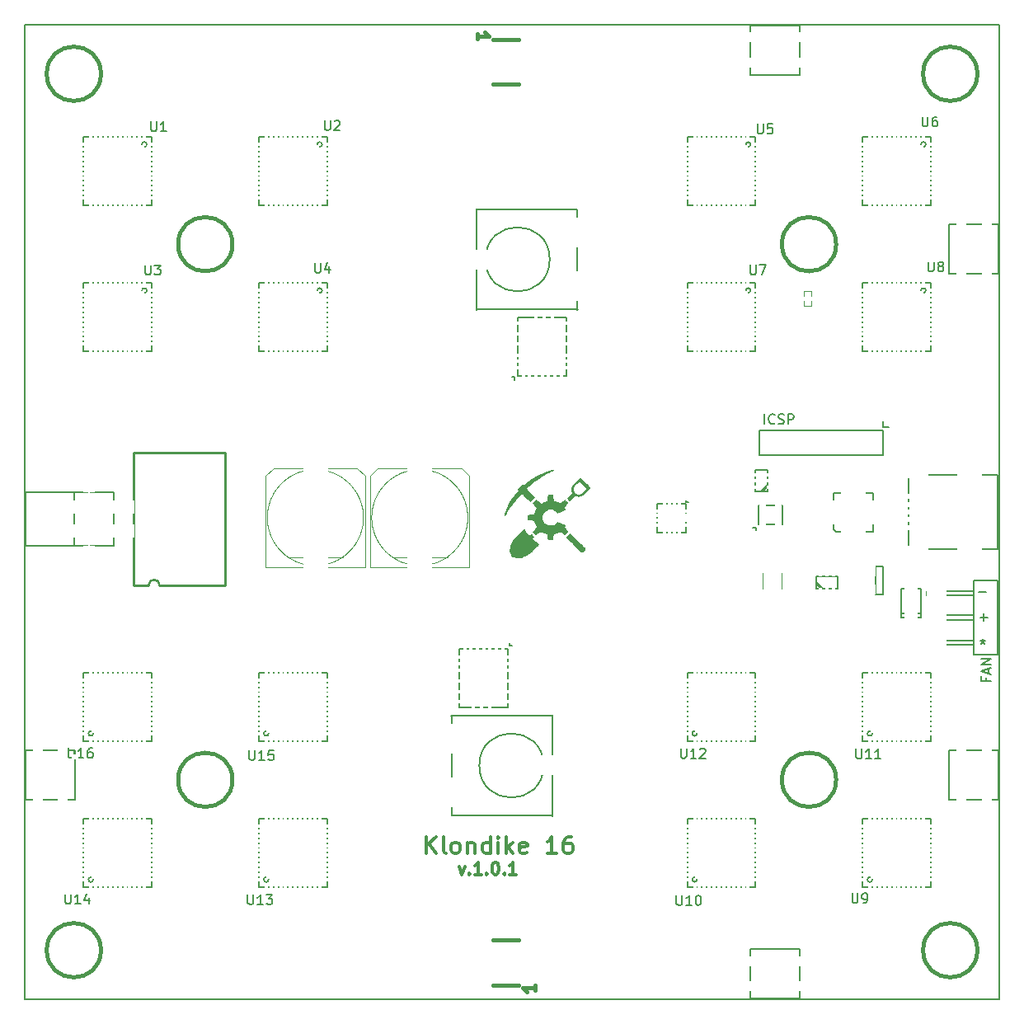
<source format=gto>
G04 (created by PCBNEW (2013-05-16 BZR 4016)-stable) date 5. 1. 2014 18:07:37*
%MOIN*%
G04 Gerber Fmt 3.4, Leading zero omitted, Abs format*
%FSLAX34Y34*%
G01*
G70*
G90*
G04 APERTURE LIST*
%ADD10C,0.00590551*%
%ADD11C,0.011811*%
%ADD12C,0.00787402*%
%ADD13C,0.0001*%
%ADD14C,0.015*%
%ADD15C,0.005*%
%ADD16C,0.0028*%
%ADD17C,0.01*%
%ADD18C,0.000984252*%
%ADD19C,0.006*%
%ADD20C,0.008*%
%ADD21C,0.004*%
%ADD22C,0.0079*%
%ADD23R,0.0354331X0.0314961*%
%ADD24C,0.19685*%
%ADD25R,0.0255906X0.0334646*%
%ADD26R,0.0708X0.0629*%
%ADD27C,0.0354*%
%ADD28R,0.0885X0.0196*%
%ADD29R,0.0984X0.0787*%
%ADD30R,0.0259843X0.011811*%
%ADD31R,0.0393701X0.0393701*%
%ADD32R,0.0787402X0.05*%
%ADD33R,0.0236X0.0157*%
%ADD34C,0.11811*%
%ADD35R,0.125984X0.0393701*%
%ADD36R,0.0393701X0.125984*%
%ADD37R,0.0196X0.0118*%
%ADD38R,0.0118X0.0196*%
%ADD39R,0.212598X0.212598*%
%ADD40R,0.0118X0.0295*%
%ADD41R,0.0295X0.0118*%
%ADD42R,0.0708661X0.0708661*%
%ADD43R,0.0393701X0.0314961*%
%ADD44R,0.0118X0.0275*%
%ADD45R,0.0275X0.0118*%
%ADD46R,0.0177165X0.0980315*%
%ADD47R,0.0838583X0.11378*%
%ADD48R,0.0401575X0.0980315*%
%ADD49R,0.105906X0.0610236*%
%ADD50R,0.023622X0.0169291*%
%ADD51R,0.0169291X0.0275591*%
%ADD52R,0.011811X0.0259843*%
%ADD53O,0.0826X0.0826*%
%ADD54R,0.019685X0.019685*%
%ADD55R,0.0255906X0.0393701*%
%ADD56R,0.0216535X0.0393701*%
%ADD57R,0.0551181X0.0393701*%
%ADD58R,0.0314961X0.0314961*%
%ADD59R,0.0551181X0.0511811*%
%ADD60R,0.0748031X0.0787402*%
%ADD61R,0.110236X0.122047*%
%ADD62R,0.0629921X0.0314961*%
%ADD63R,0.0314961X0.0393701*%
%ADD64R,0.0984252X0.15748*%
%ADD65R,0.0314961X0.0354331*%
%ADD66R,0.0354331X0.0275591*%
%ADD67R,0.0275591X0.0354331*%
%ADD68R,0.0275591X0.019685*%
%ADD69R,0.019685X0.0275591*%
%ADD70R,0.023622X0.019685*%
%ADD71R,0.019685X0.023622*%
%ADD72R,0.220472X0.104331*%
%ADD73R,0.275591X0.0551181*%
%ADD74R,0.0591X0.0276*%
%ADD75R,0.0591X0.0394*%
%ADD76R,0.0315X0.0787*%
%ADD77R,0.110236X0.110236*%
%ADD78R,0.023622X0.0433071*%
%ADD79R,0.0433071X0.023622*%
%ADD80R,0.043311X0.023622*%
G04 APERTURE END LIST*
G54D10*
G54D11*
X56320Y-55668D02*
X56437Y-55996D01*
X56554Y-55668D01*
X56742Y-55949D02*
X56765Y-55973D01*
X56742Y-55996D01*
X56718Y-55973D01*
X56742Y-55949D01*
X56742Y-55996D01*
X57234Y-55996D02*
X56953Y-55996D01*
X57093Y-55996D02*
X57093Y-55504D01*
X57046Y-55574D01*
X56999Y-55621D01*
X56953Y-55644D01*
X57445Y-55949D02*
X57468Y-55973D01*
X57445Y-55996D01*
X57421Y-55973D01*
X57445Y-55949D01*
X57445Y-55996D01*
X57773Y-55504D02*
X57820Y-55504D01*
X57866Y-55527D01*
X57890Y-55551D01*
X57913Y-55598D01*
X57937Y-55691D01*
X57937Y-55808D01*
X57913Y-55902D01*
X57890Y-55949D01*
X57866Y-55973D01*
X57820Y-55996D01*
X57773Y-55996D01*
X57726Y-55973D01*
X57702Y-55949D01*
X57679Y-55902D01*
X57656Y-55808D01*
X57656Y-55691D01*
X57679Y-55598D01*
X57702Y-55551D01*
X57726Y-55527D01*
X57773Y-55504D01*
X58148Y-55949D02*
X58171Y-55973D01*
X58148Y-55996D01*
X58124Y-55973D01*
X58148Y-55949D01*
X58148Y-55996D01*
X58640Y-55996D02*
X58359Y-55996D01*
X58499Y-55996D02*
X58499Y-55504D01*
X58452Y-55574D01*
X58405Y-55621D01*
X58359Y-55644D01*
G54D12*
X68336Y-41958D02*
X68336Y-42076D01*
X68198Y-41958D02*
X68336Y-41958D01*
X73464Y-37903D02*
X73464Y-37687D01*
X73474Y-37903D02*
X73710Y-37903D01*
X58375Y-46742D02*
X58454Y-46742D01*
X58356Y-46643D02*
X58356Y-46742D01*
X58572Y-35875D02*
X58572Y-36003D01*
X58454Y-35875D02*
X58572Y-35875D01*
X77620Y-48045D02*
X77620Y-48176D01*
X77826Y-48176D02*
X77432Y-48176D01*
X77432Y-47988D01*
X77714Y-47857D02*
X77714Y-47670D01*
X77826Y-47895D02*
X77432Y-47763D01*
X77826Y-47632D01*
X77826Y-47501D02*
X77432Y-47501D01*
X77826Y-47276D01*
X77432Y-47276D01*
X77500Y-46488D02*
X77500Y-46581D01*
X77406Y-46544D02*
X77500Y-46581D01*
X77593Y-46544D01*
X77443Y-46656D02*
X77500Y-46581D01*
X77556Y-46656D01*
X77330Y-44586D02*
X77630Y-44586D01*
X77389Y-45590D02*
X77689Y-45590D01*
X77539Y-45740D02*
X77539Y-45440D01*
X68670Y-37777D02*
X68670Y-37383D01*
X69083Y-37739D02*
X69064Y-37758D01*
X69008Y-37777D01*
X68970Y-37777D01*
X68914Y-37758D01*
X68877Y-37721D01*
X68858Y-37683D01*
X68839Y-37608D01*
X68839Y-37552D01*
X68858Y-37477D01*
X68877Y-37440D01*
X68914Y-37402D01*
X68970Y-37383D01*
X69008Y-37383D01*
X69064Y-37402D01*
X69083Y-37421D01*
X69233Y-37758D02*
X69289Y-37777D01*
X69383Y-37777D01*
X69420Y-37758D01*
X69439Y-37739D01*
X69458Y-37702D01*
X69458Y-37664D01*
X69439Y-37627D01*
X69420Y-37608D01*
X69383Y-37589D01*
X69308Y-37571D01*
X69270Y-37552D01*
X69251Y-37533D01*
X69233Y-37496D01*
X69233Y-37458D01*
X69251Y-37421D01*
X69270Y-37402D01*
X69308Y-37383D01*
X69401Y-37383D01*
X69458Y-37402D01*
X69626Y-37777D02*
X69626Y-37383D01*
X69776Y-37383D01*
X69814Y-37402D01*
X69833Y-37421D01*
X69851Y-37458D01*
X69851Y-37514D01*
X69833Y-37552D01*
X69814Y-37571D01*
X69776Y-37589D01*
X69626Y-37589D01*
X65511Y-40925D02*
X65590Y-40925D01*
X65511Y-40856D02*
X65511Y-40925D01*
X40526Y-50887D02*
X40526Y-51206D01*
X40545Y-51243D01*
X40563Y-51262D01*
X40601Y-51281D01*
X40676Y-51281D01*
X40713Y-51262D01*
X40732Y-51243D01*
X40751Y-51206D01*
X40751Y-50887D01*
X41145Y-51281D02*
X40920Y-51281D01*
X41032Y-51281D02*
X41032Y-50887D01*
X40995Y-50943D01*
X40957Y-50981D01*
X40920Y-51000D01*
X41482Y-50887D02*
X41407Y-50887D01*
X41369Y-50906D01*
X41351Y-50925D01*
X41313Y-50981D01*
X41294Y-51056D01*
X41294Y-51206D01*
X41313Y-51243D01*
X41332Y-51262D01*
X41369Y-51281D01*
X41444Y-51281D01*
X41482Y-51262D01*
X41501Y-51243D01*
X41519Y-51206D01*
X41519Y-51112D01*
X41501Y-51075D01*
X41482Y-51056D01*
X41444Y-51037D01*
X41369Y-51037D01*
X41332Y-51056D01*
X41313Y-51075D01*
X41294Y-51112D01*
X47839Y-50976D02*
X47839Y-51294D01*
X47858Y-51332D01*
X47876Y-51351D01*
X47914Y-51369D01*
X47989Y-51369D01*
X48026Y-51351D01*
X48045Y-51332D01*
X48064Y-51294D01*
X48064Y-50976D01*
X48458Y-51369D02*
X48233Y-51369D01*
X48345Y-51369D02*
X48345Y-50976D01*
X48308Y-51032D01*
X48270Y-51070D01*
X48233Y-51088D01*
X48814Y-50976D02*
X48626Y-50976D01*
X48607Y-51163D01*
X48626Y-51145D01*
X48664Y-51126D01*
X48757Y-51126D01*
X48795Y-51145D01*
X48814Y-51163D01*
X48832Y-51201D01*
X48832Y-51294D01*
X48814Y-51332D01*
X48795Y-51351D01*
X48757Y-51369D01*
X48664Y-51369D01*
X48626Y-51351D01*
X48607Y-51332D01*
X40398Y-56793D02*
X40398Y-57111D01*
X40417Y-57149D01*
X40435Y-57168D01*
X40473Y-57186D01*
X40548Y-57186D01*
X40585Y-57168D01*
X40604Y-57149D01*
X40623Y-57111D01*
X40623Y-56793D01*
X41017Y-57186D02*
X40792Y-57186D01*
X40904Y-57186D02*
X40904Y-56793D01*
X40867Y-56849D01*
X40829Y-56886D01*
X40792Y-56905D01*
X41354Y-56924D02*
X41354Y-57186D01*
X41260Y-56774D02*
X41167Y-57055D01*
X41410Y-57055D01*
X47780Y-56812D02*
X47780Y-57131D01*
X47799Y-57169D01*
X47817Y-57187D01*
X47855Y-57206D01*
X47930Y-57206D01*
X47967Y-57187D01*
X47986Y-57169D01*
X48005Y-57131D01*
X48005Y-56812D01*
X48398Y-57206D02*
X48173Y-57206D01*
X48286Y-57206D02*
X48286Y-56812D01*
X48248Y-56869D01*
X48211Y-56906D01*
X48173Y-56925D01*
X48530Y-56812D02*
X48773Y-56812D01*
X48642Y-56962D01*
X48698Y-56962D01*
X48736Y-56981D01*
X48755Y-57000D01*
X48773Y-57037D01*
X48773Y-57131D01*
X48755Y-57169D01*
X48736Y-57187D01*
X48698Y-57206D01*
X48586Y-57206D01*
X48548Y-57187D01*
X48530Y-57169D01*
X65290Y-50897D02*
X65290Y-51216D01*
X65308Y-51253D01*
X65327Y-51272D01*
X65365Y-51291D01*
X65440Y-51291D01*
X65477Y-51272D01*
X65496Y-51253D01*
X65515Y-51216D01*
X65515Y-50897D01*
X65908Y-51291D02*
X65683Y-51291D01*
X65796Y-51291D02*
X65796Y-50897D01*
X65758Y-50953D01*
X65721Y-50991D01*
X65683Y-51010D01*
X66058Y-50935D02*
X66077Y-50916D01*
X66115Y-50897D01*
X66208Y-50897D01*
X66246Y-50916D01*
X66264Y-50935D01*
X66283Y-50972D01*
X66283Y-51010D01*
X66264Y-51066D01*
X66040Y-51291D01*
X66283Y-51291D01*
X72376Y-50917D02*
X72376Y-51235D01*
X72395Y-51273D01*
X72414Y-51292D01*
X72451Y-51310D01*
X72526Y-51310D01*
X72564Y-51292D01*
X72582Y-51273D01*
X72601Y-51235D01*
X72601Y-50917D01*
X72995Y-51310D02*
X72770Y-51310D01*
X72882Y-51310D02*
X72882Y-50917D01*
X72845Y-50973D01*
X72807Y-51010D01*
X72770Y-51029D01*
X73370Y-51310D02*
X73145Y-51310D01*
X73257Y-51310D02*
X73257Y-50917D01*
X73220Y-50973D01*
X73182Y-51010D01*
X73145Y-51029D01*
X65112Y-56842D02*
X65112Y-57161D01*
X65131Y-57198D01*
X65150Y-57217D01*
X65187Y-57236D01*
X65262Y-57236D01*
X65300Y-57217D01*
X65319Y-57198D01*
X65337Y-57161D01*
X65337Y-56842D01*
X65731Y-57236D02*
X65506Y-57236D01*
X65619Y-57236D02*
X65619Y-56842D01*
X65581Y-56898D01*
X65544Y-56936D01*
X65506Y-56954D01*
X65975Y-56842D02*
X66012Y-56842D01*
X66050Y-56861D01*
X66069Y-56879D01*
X66087Y-56917D01*
X66106Y-56992D01*
X66106Y-57086D01*
X66087Y-57161D01*
X66069Y-57198D01*
X66050Y-57217D01*
X66012Y-57236D01*
X65975Y-57236D01*
X65937Y-57217D01*
X65919Y-57198D01*
X65900Y-57161D01*
X65881Y-57086D01*
X65881Y-56992D01*
X65900Y-56917D01*
X65919Y-56879D01*
X65937Y-56861D01*
X65975Y-56842D01*
X72219Y-56753D02*
X72219Y-57072D01*
X72238Y-57110D01*
X72257Y-57128D01*
X72294Y-57147D01*
X72369Y-57147D01*
X72407Y-57128D01*
X72425Y-57110D01*
X72444Y-57072D01*
X72444Y-56753D01*
X72650Y-57147D02*
X72725Y-57147D01*
X72763Y-57128D01*
X72782Y-57110D01*
X72819Y-57053D01*
X72838Y-56978D01*
X72838Y-56828D01*
X72819Y-56791D01*
X72800Y-56772D01*
X72763Y-56753D01*
X72688Y-56753D01*
X72650Y-56772D01*
X72632Y-56791D01*
X72613Y-56828D01*
X72613Y-56922D01*
X72632Y-56960D01*
X72650Y-56978D01*
X72688Y-56997D01*
X72763Y-56997D01*
X72800Y-56978D01*
X72819Y-56960D01*
X72838Y-56922D01*
X75290Y-31222D02*
X75290Y-31541D01*
X75309Y-31578D01*
X75328Y-31597D01*
X75365Y-31616D01*
X75440Y-31616D01*
X75478Y-31597D01*
X75496Y-31578D01*
X75515Y-31541D01*
X75515Y-31222D01*
X75759Y-31391D02*
X75721Y-31372D01*
X75703Y-31353D01*
X75684Y-31316D01*
X75684Y-31297D01*
X75703Y-31259D01*
X75721Y-31241D01*
X75759Y-31222D01*
X75834Y-31222D01*
X75871Y-31241D01*
X75890Y-31259D01*
X75909Y-31297D01*
X75909Y-31316D01*
X75890Y-31353D01*
X75871Y-31372D01*
X75834Y-31391D01*
X75759Y-31391D01*
X75721Y-31409D01*
X75703Y-31428D01*
X75684Y-31466D01*
X75684Y-31541D01*
X75703Y-31578D01*
X75721Y-31597D01*
X75759Y-31616D01*
X75834Y-31616D01*
X75871Y-31597D01*
X75890Y-31578D01*
X75909Y-31541D01*
X75909Y-31466D01*
X75890Y-31428D01*
X75871Y-31409D01*
X75834Y-31391D01*
X68105Y-31350D02*
X68105Y-31669D01*
X68124Y-31706D01*
X68143Y-31725D01*
X68180Y-31744D01*
X68255Y-31744D01*
X68293Y-31725D01*
X68311Y-31706D01*
X68330Y-31669D01*
X68330Y-31350D01*
X68480Y-31350D02*
X68742Y-31350D01*
X68574Y-31744D01*
X75054Y-25356D02*
X75054Y-25674D01*
X75073Y-25712D01*
X75091Y-25731D01*
X75129Y-25749D01*
X75204Y-25749D01*
X75241Y-25731D01*
X75260Y-25712D01*
X75279Y-25674D01*
X75279Y-25356D01*
X75635Y-25356D02*
X75560Y-25356D01*
X75523Y-25374D01*
X75504Y-25393D01*
X75466Y-25449D01*
X75448Y-25524D01*
X75448Y-25674D01*
X75466Y-25712D01*
X75485Y-25731D01*
X75523Y-25749D01*
X75598Y-25749D01*
X75635Y-25731D01*
X75654Y-25712D01*
X75673Y-25674D01*
X75673Y-25581D01*
X75654Y-25543D01*
X75635Y-25524D01*
X75598Y-25506D01*
X75523Y-25506D01*
X75485Y-25524D01*
X75466Y-25543D01*
X75448Y-25581D01*
X68390Y-25651D02*
X68390Y-25970D01*
X68409Y-26007D01*
X68428Y-26026D01*
X68465Y-26045D01*
X68540Y-26045D01*
X68578Y-26026D01*
X68597Y-26007D01*
X68615Y-25970D01*
X68615Y-25651D01*
X68990Y-25651D02*
X68803Y-25651D01*
X68784Y-25838D01*
X68803Y-25820D01*
X68840Y-25801D01*
X68934Y-25801D01*
X68972Y-25820D01*
X68990Y-25838D01*
X69009Y-25876D01*
X69009Y-25970D01*
X68990Y-26007D01*
X68972Y-26026D01*
X68934Y-26045D01*
X68840Y-26045D01*
X68803Y-26026D01*
X68784Y-26007D01*
X50497Y-31271D02*
X50497Y-31590D01*
X50516Y-31627D01*
X50534Y-31646D01*
X50572Y-31665D01*
X50647Y-31665D01*
X50684Y-31646D01*
X50703Y-31627D01*
X50722Y-31590D01*
X50722Y-31271D01*
X51078Y-31402D02*
X51078Y-31665D01*
X50984Y-31252D02*
X50890Y-31534D01*
X51134Y-31534D01*
X43637Y-31360D02*
X43637Y-31678D01*
X43655Y-31716D01*
X43674Y-31735D01*
X43712Y-31753D01*
X43787Y-31753D01*
X43824Y-31735D01*
X43843Y-31716D01*
X43862Y-31678D01*
X43862Y-31360D01*
X44011Y-31360D02*
X44255Y-31360D01*
X44124Y-31510D01*
X44180Y-31510D01*
X44218Y-31528D01*
X44236Y-31547D01*
X44255Y-31585D01*
X44255Y-31678D01*
X44236Y-31716D01*
X44218Y-31735D01*
X44180Y-31753D01*
X44068Y-31753D01*
X44030Y-31735D01*
X44011Y-31716D01*
X50890Y-25503D02*
X50890Y-25822D01*
X50909Y-25860D01*
X50928Y-25878D01*
X50965Y-25897D01*
X51040Y-25897D01*
X51078Y-25878D01*
X51097Y-25860D01*
X51115Y-25822D01*
X51115Y-25503D01*
X51284Y-25541D02*
X51303Y-25522D01*
X51340Y-25503D01*
X51434Y-25503D01*
X51472Y-25522D01*
X51490Y-25541D01*
X51509Y-25578D01*
X51509Y-25616D01*
X51490Y-25672D01*
X51265Y-25897D01*
X51509Y-25897D01*
X43873Y-25553D02*
X43873Y-25871D01*
X43892Y-25909D01*
X43910Y-25928D01*
X43948Y-25946D01*
X44023Y-25946D01*
X44060Y-25928D01*
X44079Y-25909D01*
X44098Y-25871D01*
X44098Y-25553D01*
X44491Y-25946D02*
X44266Y-25946D01*
X44379Y-25946D02*
X44379Y-25553D01*
X44341Y-25609D01*
X44304Y-25646D01*
X44266Y-25665D01*
G54D11*
X54994Y-55148D02*
X54994Y-54459D01*
X55387Y-55148D02*
X55092Y-54755D01*
X55387Y-54459D02*
X54994Y-54853D01*
X55781Y-55148D02*
X55715Y-55116D01*
X55683Y-55050D01*
X55683Y-54459D01*
X56142Y-55148D02*
X56076Y-55116D01*
X56043Y-55083D01*
X56011Y-55017D01*
X56011Y-54820D01*
X56043Y-54755D01*
X56076Y-54722D01*
X56142Y-54689D01*
X56240Y-54689D01*
X56306Y-54722D01*
X56339Y-54755D01*
X56371Y-54820D01*
X56371Y-55017D01*
X56339Y-55083D01*
X56306Y-55116D01*
X56240Y-55148D01*
X56142Y-55148D01*
X56667Y-54689D02*
X56667Y-55148D01*
X56667Y-54755D02*
X56700Y-54722D01*
X56765Y-54689D01*
X56864Y-54689D01*
X56929Y-54722D01*
X56962Y-54787D01*
X56962Y-55148D01*
X57585Y-55148D02*
X57585Y-54459D01*
X57585Y-55116D02*
X57520Y-55148D01*
X57389Y-55148D01*
X57323Y-55116D01*
X57290Y-55083D01*
X57257Y-55017D01*
X57257Y-54820D01*
X57290Y-54755D01*
X57323Y-54722D01*
X57389Y-54689D01*
X57520Y-54689D01*
X57585Y-54722D01*
X57913Y-55148D02*
X57913Y-54689D01*
X57913Y-54459D02*
X57881Y-54492D01*
X57913Y-54525D01*
X57946Y-54492D01*
X57913Y-54459D01*
X57913Y-54525D01*
X58242Y-55148D02*
X58242Y-54459D01*
X58307Y-54886D02*
X58504Y-55148D01*
X58504Y-54689D02*
X58242Y-54952D01*
X59062Y-55116D02*
X58996Y-55148D01*
X58865Y-55148D01*
X58799Y-55116D01*
X58767Y-55050D01*
X58767Y-54787D01*
X58799Y-54722D01*
X58865Y-54689D01*
X58996Y-54689D01*
X59062Y-54722D01*
X59095Y-54787D01*
X59095Y-54853D01*
X58767Y-54919D01*
X60276Y-55148D02*
X59882Y-55148D01*
X60079Y-55148D02*
X60079Y-54459D01*
X60013Y-54558D01*
X59948Y-54623D01*
X59882Y-54656D01*
X60866Y-54459D02*
X60735Y-54459D01*
X60669Y-54492D01*
X60637Y-54525D01*
X60571Y-54623D01*
X60538Y-54755D01*
X60538Y-55017D01*
X60571Y-55083D01*
X60604Y-55116D01*
X60669Y-55148D01*
X60801Y-55148D01*
X60866Y-55116D01*
X60899Y-55083D01*
X60932Y-55017D01*
X60932Y-54853D01*
X60899Y-54787D01*
X60866Y-54755D01*
X60801Y-54722D01*
X60669Y-54722D01*
X60604Y-54755D01*
X60571Y-54787D01*
X60538Y-54853D01*
G54D10*
X38779Y-61023D02*
X78149Y-61023D01*
X78149Y-61023D02*
X78149Y-21653D01*
X78149Y-21653D02*
X38779Y-21653D01*
X38779Y-21653D02*
X38779Y-61023D01*
G54D13*
G36*
X61233Y-39949D02*
X61241Y-39955D01*
X61258Y-39970D01*
X61283Y-39993D01*
X61314Y-40022D01*
X61350Y-40057D01*
X61389Y-40095D01*
X61397Y-40103D01*
X61189Y-40103D01*
X61088Y-40206D01*
X61045Y-40250D01*
X61013Y-40286D01*
X60989Y-40315D01*
X60973Y-40341D01*
X60963Y-40366D01*
X60958Y-40391D01*
X60956Y-40419D01*
X60955Y-40430D01*
X60962Y-40486D01*
X60983Y-40537D01*
X61016Y-40579D01*
X61062Y-40612D01*
X61075Y-40619D01*
X61114Y-40631D01*
X61160Y-40634D01*
X61206Y-40631D01*
X61246Y-40619D01*
X61260Y-40610D01*
X61282Y-40593D01*
X61309Y-40570D01*
X61340Y-40542D01*
X61372Y-40512D01*
X61404Y-40483D01*
X61432Y-40454D01*
X61455Y-40430D01*
X61472Y-40412D01*
X61478Y-40401D01*
X61478Y-40400D01*
X61473Y-40393D01*
X61458Y-40376D01*
X61436Y-40351D01*
X61406Y-40321D01*
X61371Y-40285D01*
X61334Y-40247D01*
X61189Y-40103D01*
X61397Y-40103D01*
X61430Y-40136D01*
X61471Y-40177D01*
X61510Y-40217D01*
X61547Y-40255D01*
X61580Y-40290D01*
X61607Y-40318D01*
X61627Y-40340D01*
X61638Y-40354D01*
X61640Y-40357D01*
X61635Y-40366D01*
X61620Y-40383D01*
X61597Y-40408D01*
X61567Y-40440D01*
X61532Y-40476D01*
X61493Y-40516D01*
X61488Y-40520D01*
X61442Y-40567D01*
X61404Y-40603D01*
X61374Y-40631D01*
X61350Y-40653D01*
X61330Y-40669D01*
X61312Y-40681D01*
X61295Y-40691D01*
X61282Y-40697D01*
X61254Y-40710D01*
X61231Y-40718D01*
X61208Y-40721D01*
X61178Y-40722D01*
X61159Y-40722D01*
X61118Y-40721D01*
X61088Y-40717D01*
X61063Y-40709D01*
X61055Y-40706D01*
X61021Y-40690D01*
X60911Y-40799D01*
X60801Y-40907D01*
X60742Y-40848D01*
X60682Y-40788D01*
X60791Y-40679D01*
X60828Y-40641D01*
X60856Y-40613D01*
X60875Y-40593D01*
X60887Y-40578D01*
X60893Y-40568D01*
X60894Y-40560D01*
X60892Y-40553D01*
X60890Y-40550D01*
X60871Y-40497D01*
X60865Y-40439D01*
X60870Y-40378D01*
X60889Y-40318D01*
X60897Y-40300D01*
X60907Y-40282D01*
X60918Y-40264D01*
X60932Y-40245D01*
X60951Y-40223D01*
X60976Y-40196D01*
X61008Y-40162D01*
X61049Y-40121D01*
X61073Y-40098D01*
X61112Y-40059D01*
X61149Y-40024D01*
X61180Y-39994D01*
X61206Y-39971D01*
X61224Y-39955D01*
X61232Y-39949D01*
X61233Y-39949D01*
X61233Y-39949D01*
X61233Y-39949D01*
G37*
G36*
X60818Y-42204D02*
X60825Y-42209D01*
X60841Y-42224D01*
X60866Y-42247D01*
X60897Y-42277D01*
X60935Y-42313D01*
X60977Y-42354D01*
X61011Y-42387D01*
X61062Y-42437D01*
X61117Y-42491D01*
X61173Y-42545D01*
X61226Y-42597D01*
X61274Y-42643D01*
X61314Y-42683D01*
X61323Y-42691D01*
X61364Y-42732D01*
X61396Y-42764D01*
X61419Y-42788D01*
X61434Y-42806D01*
X61443Y-42820D01*
X61447Y-42830D01*
X61448Y-42834D01*
X61445Y-42846D01*
X61437Y-42861D01*
X61421Y-42880D01*
X61395Y-42907D01*
X61379Y-42922D01*
X61352Y-42948D01*
X61327Y-42969D01*
X61308Y-42984D01*
X61297Y-42989D01*
X61296Y-42989D01*
X61286Y-42984D01*
X61267Y-42968D01*
X61239Y-42943D01*
X61205Y-42911D01*
X61166Y-42872D01*
X61132Y-42837D01*
X61089Y-42794D01*
X61041Y-42744D01*
X60988Y-42691D01*
X60935Y-42636D01*
X60882Y-42582D01*
X60856Y-42556D01*
X60660Y-42357D01*
X60736Y-42281D01*
X60764Y-42253D01*
X60788Y-42230D01*
X60806Y-42213D01*
X60817Y-42205D01*
X60818Y-42204D01*
X60818Y-42204D01*
X60818Y-42204D01*
G37*
G36*
X60115Y-40642D02*
X60132Y-40736D01*
X60141Y-40787D01*
X60148Y-40824D01*
X60154Y-40851D01*
X60160Y-40869D01*
X60168Y-40881D01*
X60178Y-40888D01*
X60191Y-40892D01*
X60209Y-40897D01*
X60214Y-40898D01*
X60245Y-40908D01*
X60283Y-40922D01*
X60322Y-40939D01*
X60340Y-40947D01*
X60414Y-40982D01*
X60511Y-40916D01*
X60545Y-40893D01*
X60574Y-40874D01*
X60597Y-40859D01*
X60611Y-40851D01*
X60614Y-40850D01*
X60622Y-40855D01*
X60638Y-40869D01*
X60660Y-40890D01*
X60681Y-40911D01*
X60742Y-40971D01*
X60672Y-41073D01*
X60602Y-41174D01*
X60625Y-41210D01*
X60636Y-41230D01*
X60642Y-41245D01*
X60642Y-41250D01*
X60633Y-41255D01*
X60613Y-41264D01*
X60582Y-41277D01*
X60543Y-41294D01*
X60498Y-41312D01*
X60473Y-41323D01*
X60310Y-41391D01*
X60266Y-41343D01*
X60212Y-41296D01*
X60153Y-41262D01*
X60089Y-41241D01*
X60023Y-41235D01*
X59957Y-41243D01*
X59892Y-41264D01*
X59847Y-41289D01*
X59795Y-41331D01*
X59754Y-41383D01*
X59724Y-41441D01*
X59707Y-41503D01*
X59702Y-41568D01*
X59709Y-41633D01*
X59730Y-41696D01*
X59765Y-41755D01*
X59765Y-41756D01*
X59810Y-41804D01*
X59863Y-41842D01*
X59923Y-41869D01*
X59987Y-41884D01*
X60052Y-41886D01*
X60099Y-41878D01*
X60149Y-41863D01*
X60190Y-41842D01*
X60229Y-41814D01*
X60261Y-41784D01*
X60282Y-41762D01*
X60300Y-41745D01*
X60311Y-41736D01*
X60312Y-41735D01*
X60321Y-41738D01*
X60341Y-41746D01*
X60371Y-41757D01*
X60407Y-41772D01*
X60447Y-41789D01*
X60490Y-41806D01*
X60531Y-41824D01*
X60569Y-41840D01*
X60602Y-41854D01*
X60626Y-41864D01*
X60639Y-41870D01*
X60641Y-41872D01*
X60640Y-41881D01*
X60633Y-41898D01*
X60625Y-41913D01*
X60602Y-41949D01*
X60671Y-42048D01*
X60739Y-42148D01*
X60675Y-42211D01*
X60611Y-42275D01*
X60514Y-42209D01*
X60480Y-42186D01*
X60450Y-42166D01*
X60427Y-42152D01*
X60413Y-42144D01*
X60410Y-42143D01*
X60399Y-42146D01*
X60379Y-42156D01*
X60360Y-42166D01*
X60335Y-42178D01*
X60301Y-42192D01*
X60263Y-42207D01*
X60239Y-42215D01*
X60204Y-42226D01*
X60181Y-42235D01*
X60167Y-42243D01*
X60159Y-42250D01*
X60156Y-42260D01*
X60154Y-42267D01*
X60151Y-42285D01*
X60145Y-42313D01*
X60139Y-42349D01*
X60132Y-42387D01*
X60115Y-42481D01*
X60025Y-42481D01*
X59934Y-42481D01*
X59912Y-42362D01*
X59905Y-42321D01*
X59898Y-42285D01*
X59892Y-42258D01*
X59887Y-42241D01*
X59886Y-42237D01*
X59877Y-42232D01*
X59857Y-42224D01*
X59830Y-42214D01*
X59816Y-42210D01*
X59778Y-42196D01*
X59738Y-42179D01*
X59705Y-42162D01*
X59701Y-42160D01*
X59651Y-42130D01*
X59544Y-42203D01*
X59438Y-42276D01*
X59374Y-42212D01*
X59310Y-42148D01*
X59383Y-42041D01*
X59456Y-41934D01*
X59430Y-41883D01*
X59398Y-41815D01*
X59375Y-41750D01*
X59370Y-41730D01*
X59362Y-41699D01*
X59268Y-41682D01*
X59228Y-41674D01*
X59189Y-41667D01*
X59157Y-41661D01*
X59137Y-41656D01*
X59100Y-41649D01*
X59102Y-41560D01*
X59105Y-41470D01*
X59231Y-41447D01*
X59357Y-41423D01*
X59381Y-41354D01*
X59395Y-41316D01*
X59412Y-41277D01*
X59427Y-41244D01*
X59431Y-41237D01*
X59445Y-41208D01*
X59451Y-41188D01*
X59450Y-41179D01*
X59444Y-41170D01*
X59430Y-41150D01*
X59412Y-41122D01*
X59389Y-41089D01*
X59377Y-41072D01*
X59310Y-40975D01*
X59374Y-40911D01*
X59439Y-40847D01*
X59543Y-40918D01*
X59648Y-40990D01*
X59715Y-40955D01*
X59750Y-40938D01*
X59787Y-40922D01*
X59819Y-40910D01*
X59828Y-40907D01*
X59854Y-40899D01*
X59874Y-40890D01*
X59883Y-40885D01*
X59887Y-40875D01*
X59893Y-40852D01*
X59901Y-40821D01*
X59909Y-40782D01*
X59913Y-40759D01*
X59934Y-40642D01*
X60025Y-40642D01*
X60115Y-40642D01*
X60115Y-40642D01*
X60115Y-40642D01*
G37*
G36*
X60181Y-39636D02*
X60194Y-39639D01*
X60195Y-39640D01*
X60193Y-39641D01*
X60181Y-39645D01*
X60158Y-39655D01*
X60126Y-39670D01*
X60087Y-39689D01*
X60043Y-39710D01*
X59996Y-39733D01*
X59949Y-39757D01*
X59905Y-39780D01*
X59865Y-39802D01*
X59831Y-39820D01*
X59819Y-39827D01*
X59685Y-39909D01*
X59548Y-40001D01*
X59410Y-40101D01*
X59277Y-40205D01*
X59151Y-40311D01*
X59109Y-40349D01*
X59059Y-40394D01*
X59082Y-40421D01*
X59093Y-40433D01*
X59113Y-40456D01*
X59141Y-40485D01*
X59174Y-40521D01*
X59210Y-40561D01*
X59250Y-40604D01*
X59395Y-40759D01*
X59308Y-40847D01*
X59220Y-40934D01*
X59197Y-40913D01*
X59183Y-40900D01*
X59161Y-40880D01*
X59132Y-40854D01*
X59100Y-40824D01*
X59078Y-40804D01*
X59039Y-40769D01*
X58999Y-40732D01*
X58961Y-40696D01*
X58929Y-40665D01*
X58919Y-40655D01*
X58857Y-40595D01*
X58771Y-40692D01*
X58627Y-40863D01*
X58497Y-41034D01*
X58380Y-41206D01*
X58273Y-41382D01*
X58256Y-41412D01*
X58237Y-41446D01*
X58222Y-41469D01*
X58210Y-41484D01*
X58198Y-41494D01*
X58184Y-41501D01*
X58175Y-41505D01*
X58155Y-41512D01*
X58141Y-41514D01*
X58139Y-41512D01*
X58141Y-41496D01*
X58147Y-41469D01*
X58155Y-41436D01*
X58165Y-41401D01*
X58176Y-41367D01*
X58182Y-41348D01*
X58253Y-41172D01*
X58339Y-41000D01*
X58439Y-40833D01*
X58552Y-40672D01*
X58668Y-40528D01*
X58717Y-40472D01*
X58700Y-40453D01*
X58683Y-40435D01*
X58699Y-40414D01*
X58713Y-40396D01*
X58735Y-40373D01*
X58761Y-40346D01*
X58790Y-40318D01*
X58819Y-40290D01*
X58846Y-40266D01*
X58868Y-40248D01*
X58884Y-40236D01*
X58889Y-40234D01*
X58906Y-40239D01*
X58917Y-40246D01*
X58923Y-40251D01*
X58931Y-40251D01*
X58942Y-40246D01*
X58959Y-40233D01*
X58984Y-40212D01*
X58994Y-40203D01*
X59129Y-40095D01*
X59269Y-39995D01*
X59415Y-39905D01*
X59564Y-39826D01*
X59714Y-39759D01*
X59864Y-39705D01*
X60012Y-39663D01*
X60059Y-39653D01*
X60098Y-39646D01*
X60134Y-39640D01*
X60163Y-39637D01*
X60180Y-39636D01*
X60181Y-39636D01*
X60181Y-39636D01*
X60181Y-39636D01*
G37*
G36*
X58947Y-42030D02*
X58957Y-42031D01*
X58969Y-42038D01*
X58984Y-42054D01*
X59003Y-42081D01*
X59018Y-42104D01*
X59042Y-42138D01*
X59069Y-42174D01*
X59097Y-42210D01*
X59123Y-42243D01*
X59145Y-42268D01*
X59160Y-42283D01*
X59168Y-42289D01*
X59176Y-42290D01*
X59187Y-42283D01*
X59203Y-42267D01*
X59212Y-42258D01*
X59250Y-42220D01*
X59310Y-42279D01*
X59370Y-42338D01*
X59331Y-42378D01*
X59292Y-42417D01*
X59335Y-42457D01*
X59361Y-42479D01*
X59394Y-42506D01*
X59429Y-42533D01*
X59441Y-42543D01*
X59482Y-42572D01*
X59511Y-42594D01*
X59531Y-42611D01*
X59544Y-42622D01*
X59551Y-42631D01*
X59554Y-42639D01*
X59555Y-42645D01*
X59550Y-42655D01*
X59537Y-42672D01*
X59514Y-42698D01*
X59481Y-42733D01*
X59438Y-42778D01*
X59384Y-42832D01*
X59380Y-42836D01*
X59334Y-42880D01*
X59290Y-42923D01*
X59249Y-42962D01*
X59212Y-42996D01*
X59182Y-43023D01*
X59160Y-43042D01*
X59155Y-43046D01*
X59061Y-43108D01*
X58968Y-43155D01*
X58872Y-43190D01*
X58772Y-43211D01*
X58738Y-43216D01*
X58680Y-43217D01*
X58618Y-43207D01*
X58557Y-43188D01*
X58503Y-43162D01*
X58467Y-43136D01*
X58441Y-43105D01*
X58416Y-43064D01*
X58395Y-43015D01*
X58381Y-42964D01*
X58376Y-42941D01*
X58373Y-42872D01*
X58381Y-42796D01*
X58400Y-42714D01*
X58430Y-42629D01*
X58442Y-42601D01*
X58462Y-42560D01*
X58485Y-42519D01*
X58513Y-42478D01*
X58547Y-42433D01*
X58588Y-42384D01*
X58638Y-42329D01*
X58697Y-42267D01*
X58740Y-42223D01*
X58784Y-42179D01*
X58824Y-42139D01*
X58861Y-42103D01*
X58891Y-42074D01*
X58915Y-42052D01*
X58930Y-42038D01*
X58935Y-42035D01*
X58947Y-42030D01*
X58947Y-42030D01*
X58947Y-42030D01*
G37*
G54D14*
X47159Y-30511D02*
G75*
G03X47159Y-30511I-1096J0D01*
G74*
G01*
G54D10*
X68425Y-41850D02*
X69409Y-41850D01*
X69409Y-41850D02*
X69409Y-41062D01*
X69409Y-41062D02*
X68425Y-41062D01*
X68425Y-41062D02*
X68425Y-41850D01*
G54D15*
X74488Y-42853D02*
X78109Y-42853D01*
X78109Y-42853D02*
X78109Y-39823D01*
X78109Y-39823D02*
X74488Y-39823D01*
X74488Y-39823D02*
X74488Y-42853D01*
X68798Y-40253D02*
X68538Y-40513D01*
X68798Y-40313D02*
X68603Y-40513D01*
X68288Y-39823D02*
X68181Y-39823D01*
X68288Y-40333D02*
X68181Y-40333D01*
X68798Y-40078D02*
X68905Y-40078D01*
X68798Y-39823D02*
X68905Y-39823D01*
X68798Y-40333D02*
X68905Y-40333D01*
X68288Y-40078D02*
X68181Y-40078D01*
X68288Y-40513D02*
X68288Y-39643D01*
X68288Y-39643D02*
X68798Y-39643D01*
X68798Y-39643D02*
X68798Y-40513D01*
X68798Y-40513D02*
X68288Y-40513D01*
X73476Y-38043D02*
X73476Y-39043D01*
X73476Y-39043D02*
X68472Y-39043D01*
X68472Y-39033D02*
X68472Y-38033D01*
X68472Y-38043D02*
X73476Y-38043D01*
G54D10*
X75265Y-46525D02*
X77135Y-46525D01*
X77135Y-46525D02*
X77125Y-46712D01*
X77125Y-46712D02*
X75255Y-46712D01*
X75255Y-46712D02*
X75255Y-46535D01*
X75255Y-45521D02*
X77135Y-45521D01*
X77125Y-45521D02*
X77125Y-45708D01*
X77125Y-45708D02*
X75255Y-45708D01*
X75255Y-45708D02*
X75255Y-45521D01*
X75236Y-44704D02*
X75236Y-44527D01*
X75236Y-44527D02*
X75246Y-44537D01*
X75236Y-44527D02*
X77135Y-44527D01*
X77135Y-44527D02*
X77135Y-44694D01*
X77135Y-44694D02*
X75236Y-44694D01*
X77125Y-44114D02*
X77125Y-47106D01*
X77125Y-47106D02*
X78110Y-47106D01*
X78110Y-47106D02*
X78110Y-44114D01*
X78110Y-44114D02*
X77125Y-44114D01*
G54D16*
X70553Y-32616D02*
X70553Y-32416D01*
X70553Y-32416D02*
X70253Y-32416D01*
X70253Y-32416D02*
X70253Y-32616D01*
X70553Y-32816D02*
X70553Y-33016D01*
X70553Y-33016D02*
X70253Y-33016D01*
X70253Y-33016D02*
X70253Y-32816D01*
G54D10*
X68094Y-23657D02*
X68094Y-21657D01*
X68094Y-21657D02*
X70094Y-21657D01*
X70094Y-21657D02*
X70094Y-23657D01*
X70094Y-23657D02*
X68094Y-23657D01*
X76145Y-29708D02*
X78145Y-29708D01*
X78145Y-29708D02*
X78145Y-31708D01*
X78145Y-31708D02*
X76145Y-31708D01*
X76145Y-31708D02*
X76145Y-29708D01*
X76145Y-50968D02*
X78145Y-50968D01*
X78145Y-50968D02*
X78145Y-52968D01*
X78145Y-52968D02*
X76145Y-52968D01*
X76145Y-52968D02*
X76145Y-50968D01*
X70094Y-59019D02*
X70094Y-61019D01*
X70094Y-61019D02*
X68094Y-61019D01*
X68094Y-61019D02*
X68094Y-59019D01*
X68094Y-59019D02*
X70094Y-59019D01*
G54D15*
X41142Y-28936D02*
X43896Y-28936D01*
X43896Y-28936D02*
X43896Y-26182D01*
X43896Y-26182D02*
X41142Y-26182D01*
X41142Y-26182D02*
X41142Y-28936D01*
X43699Y-26477D02*
G75*
G03X43699Y-26477I-98J0D01*
G74*
G01*
X41142Y-34841D02*
X43896Y-34841D01*
X43896Y-34841D02*
X43896Y-32087D01*
X43896Y-32087D02*
X41142Y-32087D01*
X41142Y-32087D02*
X41142Y-34841D01*
X43699Y-32382D02*
G75*
G03X43699Y-32382I-98J0D01*
G74*
G01*
X48229Y-34841D02*
X50983Y-34841D01*
X50983Y-34841D02*
X50983Y-32087D01*
X50983Y-32087D02*
X48229Y-32087D01*
X48229Y-32087D02*
X48229Y-34841D01*
X50786Y-32382D02*
G75*
G03X50786Y-32382I-98J0D01*
G74*
G01*
X48229Y-28936D02*
X50983Y-28936D01*
X50983Y-28936D02*
X50983Y-26182D01*
X50983Y-26182D02*
X48229Y-26182D01*
X48229Y-26182D02*
X48229Y-28936D01*
X50786Y-26477D02*
G75*
G03X50786Y-26477I-98J0D01*
G74*
G01*
X43896Y-47835D02*
X41142Y-47835D01*
X41142Y-47835D02*
X41142Y-50589D01*
X41142Y-50589D02*
X43896Y-50589D01*
X43896Y-50589D02*
X43896Y-47835D01*
X41535Y-50294D02*
G75*
G03X41535Y-50294I-98J0D01*
G74*
G01*
X43896Y-53741D02*
X41142Y-53741D01*
X41142Y-53741D02*
X41142Y-56495D01*
X41142Y-56495D02*
X43896Y-56495D01*
X43896Y-56495D02*
X43896Y-53741D01*
X41535Y-56200D02*
G75*
G03X41535Y-56200I-98J0D01*
G74*
G01*
X50983Y-53741D02*
X48229Y-53741D01*
X48229Y-53741D02*
X48229Y-56495D01*
X48229Y-56495D02*
X50983Y-56495D01*
X50983Y-56495D02*
X50983Y-53741D01*
X48622Y-56200D02*
G75*
G03X48622Y-56200I-98J0D01*
G74*
G01*
X50983Y-47835D02*
X48229Y-47835D01*
X48229Y-47835D02*
X48229Y-50589D01*
X48229Y-50589D02*
X50983Y-50589D01*
X50983Y-50589D02*
X50983Y-47835D01*
X48622Y-50294D02*
G75*
G03X48622Y-50294I-98J0D01*
G74*
G01*
X68306Y-47835D02*
X65552Y-47835D01*
X65552Y-47835D02*
X65552Y-50589D01*
X65552Y-50589D02*
X68306Y-50589D01*
X68306Y-50589D02*
X68306Y-47835D01*
X65945Y-50294D02*
G75*
G03X65945Y-50294I-98J0D01*
G74*
G01*
X68306Y-53741D02*
X65552Y-53741D01*
X65552Y-53741D02*
X65552Y-56495D01*
X65552Y-56495D02*
X68306Y-56495D01*
X68306Y-56495D02*
X68306Y-53741D01*
X65945Y-56200D02*
G75*
G03X65945Y-56200I-98J0D01*
G74*
G01*
X75392Y-53741D02*
X72638Y-53741D01*
X72638Y-53741D02*
X72638Y-56495D01*
X72638Y-56495D02*
X75392Y-56495D01*
X75392Y-56495D02*
X75392Y-53741D01*
X73031Y-56200D02*
G75*
G03X73031Y-56200I-98J0D01*
G74*
G01*
X75392Y-47835D02*
X72638Y-47835D01*
X72638Y-47835D02*
X72638Y-50589D01*
X72638Y-50589D02*
X75392Y-50589D01*
X75392Y-50589D02*
X75392Y-47835D01*
X73031Y-50294D02*
G75*
G03X73031Y-50294I-98J0D01*
G74*
G01*
X72638Y-34841D02*
X75392Y-34841D01*
X75392Y-34841D02*
X75392Y-32087D01*
X75392Y-32087D02*
X72638Y-32087D01*
X72638Y-32087D02*
X72638Y-34841D01*
X75195Y-32382D02*
G75*
G03X75195Y-32382I-98J0D01*
G74*
G01*
X72638Y-28936D02*
X75392Y-28936D01*
X75392Y-28936D02*
X75392Y-26182D01*
X75392Y-26182D02*
X72638Y-26182D01*
X72638Y-26182D02*
X72638Y-28936D01*
X75195Y-26477D02*
G75*
G03X75195Y-26477I-98J0D01*
G74*
G01*
X65552Y-28936D02*
X68306Y-28936D01*
X68306Y-28936D02*
X68306Y-26182D01*
X68306Y-26182D02*
X65552Y-26182D01*
X65552Y-26182D02*
X65552Y-28936D01*
X68109Y-26477D02*
G75*
G03X68109Y-26477I-98J0D01*
G74*
G01*
X65552Y-34841D02*
X68306Y-34841D01*
X68306Y-34841D02*
X68306Y-32087D01*
X68306Y-32087D02*
X65552Y-32087D01*
X65552Y-32087D02*
X65552Y-34841D01*
X68109Y-32382D02*
G75*
G03X68109Y-32382I-98J0D01*
G74*
G01*
X65509Y-40995D02*
X64329Y-40995D01*
X64329Y-40995D02*
X64329Y-42175D01*
X64329Y-42175D02*
X65509Y-42175D01*
X65509Y-42175D02*
X65509Y-40995D01*
X58701Y-33474D02*
X58701Y-35836D01*
X58701Y-35836D02*
X60669Y-35836D01*
X60669Y-35836D02*
X60669Y-33474D01*
X60669Y-33474D02*
X58701Y-33474D01*
X58306Y-49245D02*
X58306Y-46883D01*
X58306Y-46883D02*
X56338Y-46883D01*
X56338Y-46883D02*
X56338Y-49245D01*
X56338Y-49245D02*
X58306Y-49245D01*
G54D10*
X40783Y-52968D02*
X38783Y-52968D01*
X38783Y-52968D02*
X38783Y-50968D01*
X38783Y-50968D02*
X40783Y-50968D01*
X40783Y-50968D02*
X40783Y-52968D01*
G54D14*
X41844Y-23622D02*
G75*
G03X41844Y-23622I-1096J0D01*
G74*
G01*
X41844Y-59055D02*
G75*
G03X41844Y-59055I-1096J0D01*
G74*
G01*
X47159Y-52165D02*
G75*
G03X47159Y-52165I-1096J0D01*
G74*
G01*
X71569Y-52165D02*
G75*
G03X71569Y-52165I-1096J0D01*
G74*
G01*
X77277Y-59055D02*
G75*
G03X77277Y-59055I-1096J0D01*
G74*
G01*
X77277Y-23622D02*
G75*
G03X77277Y-23622I-1096J0D01*
G74*
G01*
X71569Y-30511D02*
G75*
G03X71569Y-30511I-1096J0D01*
G74*
G01*
G54D15*
X71025Y-44438D02*
X70765Y-44178D01*
X70965Y-44438D02*
X70765Y-44243D01*
X71455Y-43928D02*
X71455Y-43820D01*
X70945Y-43928D02*
X70945Y-43820D01*
X71200Y-44438D02*
X71200Y-44545D01*
X71455Y-44438D02*
X71455Y-44545D01*
X70945Y-44438D02*
X70945Y-44545D01*
X71200Y-43928D02*
X71200Y-43820D01*
X70765Y-43928D02*
X71635Y-43928D01*
X71635Y-43928D02*
X71635Y-44438D01*
X71635Y-44438D02*
X70765Y-44438D01*
X70765Y-44438D02*
X70765Y-43928D01*
G54D17*
X46849Y-38937D02*
X46849Y-44291D01*
X46849Y-44291D02*
X44212Y-44291D01*
X43779Y-44291D02*
X43149Y-44291D01*
X43149Y-44291D02*
X43149Y-38937D01*
X43149Y-38937D02*
X46849Y-38937D01*
X43780Y-44291D02*
G75*
G02X44212Y-44291I216J0D01*
G74*
G01*
G54D18*
X69370Y-43690D02*
X68582Y-43690D01*
X68582Y-43690D02*
X68582Y-44596D01*
X68582Y-44596D02*
X69370Y-44596D01*
X69370Y-44596D02*
X69370Y-43690D01*
G54D19*
X73166Y-44674D02*
X73166Y-43534D01*
X73166Y-43534D02*
X73466Y-43534D01*
X73466Y-43534D02*
X73466Y-44674D01*
X73466Y-44674D02*
X73166Y-44674D01*
G54D15*
X74990Y-45423D02*
X74202Y-45423D01*
X74990Y-45620D02*
X74990Y-44438D01*
X74990Y-44438D02*
X74202Y-44438D01*
X74202Y-44438D02*
X74202Y-45620D01*
X74202Y-45620D02*
X74990Y-45620D01*
G54D20*
X61109Y-29113D02*
X61109Y-33169D01*
X61128Y-33150D02*
X57072Y-33150D01*
X57016Y-33172D02*
X57016Y-29064D01*
X57062Y-29096D02*
X61092Y-29096D01*
X59988Y-31123D02*
G75*
G03X59988Y-31123I-1299J0D01*
G74*
G01*
X56020Y-53598D02*
X56020Y-49542D01*
X56001Y-49561D02*
X60057Y-49561D01*
X60113Y-49539D02*
X60113Y-53647D01*
X60067Y-53615D02*
X56037Y-53615D01*
X59739Y-51588D02*
G75*
G03X59739Y-51588I-1299J0D01*
G74*
G01*
G54D21*
X48823Y-39559D02*
X52207Y-39559D01*
X52522Y-43573D02*
X48508Y-43573D01*
X51480Y-39874D02*
G75*
G02X50180Y-43485I-965J-1691D01*
G74*
G01*
X50171Y-43573D02*
X48508Y-43573D01*
X48508Y-43573D02*
X48508Y-39874D01*
X48508Y-39874D02*
X48823Y-39559D01*
X52207Y-39559D02*
X52522Y-39874D01*
X52522Y-39874D02*
X52522Y-43573D01*
X52522Y-43573D02*
X50849Y-43573D01*
X49550Y-43258D02*
G75*
G02X50850Y-39648I965J1691D01*
G74*
G01*
X51627Y-43160D02*
X49413Y-43160D01*
X52463Y-41566D02*
G75*
G03X52463Y-41566I-1948J0D01*
G74*
G01*
X53044Y-39559D02*
X56428Y-39559D01*
X56743Y-43573D02*
X52729Y-43573D01*
X55701Y-39874D02*
G75*
G02X54401Y-43485I-965J-1691D01*
G74*
G01*
X54392Y-43573D02*
X52729Y-43573D01*
X52729Y-43573D02*
X52729Y-39874D01*
X52729Y-39874D02*
X53044Y-39559D01*
X56428Y-39559D02*
X56743Y-39874D01*
X56743Y-39874D02*
X56743Y-43573D01*
X56743Y-43573D02*
X55070Y-43573D01*
X53771Y-43258D02*
G75*
G02X55071Y-39648I965J1691D01*
G74*
G01*
X55848Y-43160D02*
X53634Y-43160D01*
X56684Y-41566D02*
G75*
G03X56684Y-41566I-1948J0D01*
G74*
G01*
G54D10*
X40777Y-40541D02*
X42352Y-40541D01*
X42352Y-40541D02*
X42352Y-42706D01*
X42352Y-42706D02*
X40777Y-42706D01*
X38809Y-42706D02*
X38809Y-40541D01*
X38809Y-40541D02*
X40777Y-40541D01*
X40777Y-40541D02*
X40777Y-42706D01*
X40777Y-42706D02*
X38809Y-42706D01*
G54D14*
X57049Y-22018D02*
X57049Y-22215D01*
X57364Y-21939D02*
X57521Y-22116D01*
X57521Y-22116D02*
X57049Y-22116D01*
X57698Y-22234D02*
X58722Y-22234D01*
X58722Y-24046D02*
X57698Y-24046D01*
X59381Y-60672D02*
X59381Y-60475D01*
X59066Y-60751D02*
X58909Y-60574D01*
X58909Y-60574D02*
X59381Y-60574D01*
X58732Y-60456D02*
X57708Y-60456D01*
X57708Y-58644D02*
X58732Y-58644D01*
G54D22*
X71476Y-42047D02*
X71574Y-42145D01*
X73051Y-42145D02*
X71574Y-42145D01*
X73051Y-40570D02*
X73051Y-42145D01*
X71476Y-40570D02*
X73051Y-40570D01*
X71476Y-42047D02*
X71476Y-40570D01*
%LPC*%
G54D23*
X59705Y-22550D03*
X60334Y-22550D03*
G54D24*
X46062Y-30511D03*
G54D25*
X69242Y-41151D03*
X68592Y-41151D03*
X69242Y-41761D03*
X68592Y-41761D03*
G54D26*
X56279Y-29960D03*
X56279Y-31062D03*
X55413Y-29960D03*
X55413Y-31062D03*
X61850Y-29980D03*
X61850Y-31082D03*
X62775Y-29980D03*
X62775Y-31082D03*
X60885Y-52607D03*
X60885Y-51505D03*
X61712Y-52587D03*
X61712Y-51485D03*
X55275Y-52657D03*
X55275Y-51555D03*
X54429Y-52657D03*
X54429Y-51555D03*
G54D27*
X75807Y-42204D03*
X75807Y-40472D03*
G54D28*
X74763Y-41338D03*
X74763Y-41652D03*
X74763Y-41967D03*
X74763Y-41024D03*
X74763Y-40709D03*
G54D29*
X74803Y-43089D03*
X74803Y-39587D03*
X76948Y-43089D03*
X76948Y-39587D03*
G54D30*
X68905Y-40334D03*
X68181Y-40078D03*
X68905Y-39822D03*
X68905Y-40078D03*
X68181Y-39822D03*
X68181Y-40334D03*
G54D31*
X71976Y-38543D03*
X70976Y-38543D03*
X69976Y-38543D03*
X72976Y-38543D03*
X68976Y-38543D03*
G54D32*
X75629Y-45610D03*
X75629Y-46614D03*
X75629Y-44606D03*
G54D33*
X70403Y-32539D03*
X70403Y-32893D03*
G54D34*
X72637Y-25196D03*
X75393Y-57480D03*
X43651Y-58100D03*
X52362Y-24212D03*
X40206Y-36082D03*
X64566Y-36417D03*
X51968Y-46653D03*
X64960Y-46653D03*
G54D35*
X68051Y-23159D03*
X68051Y-22155D03*
X70137Y-22155D03*
X70137Y-23159D03*
G54D36*
X76643Y-29665D03*
X77647Y-29665D03*
X77647Y-31751D03*
X76643Y-31751D03*
X76643Y-50925D03*
X77647Y-50925D03*
X77647Y-53011D03*
X76643Y-53011D03*
G54D35*
X70137Y-59517D03*
X70137Y-60521D03*
X68051Y-60521D03*
X68051Y-59517D03*
G54D37*
X43896Y-26477D03*
X43896Y-26674D03*
X43896Y-26871D03*
X43896Y-27067D03*
X43896Y-27264D03*
X43896Y-27461D03*
X43896Y-27657D03*
X43896Y-27854D03*
X43896Y-28051D03*
X43896Y-28247D03*
X43896Y-28444D03*
X43896Y-28641D03*
G54D38*
X43601Y-28936D03*
X43404Y-28936D03*
X43207Y-28936D03*
X43011Y-28936D03*
X42814Y-28936D03*
X42617Y-28936D03*
X42421Y-28936D03*
X42224Y-28936D03*
X42027Y-28936D03*
X41831Y-28936D03*
X41634Y-28936D03*
X41437Y-28936D03*
G54D37*
X41142Y-28641D03*
X41142Y-28444D03*
X41142Y-28247D03*
X41142Y-28051D03*
X41142Y-27854D03*
X41142Y-27657D03*
X41142Y-27461D03*
X41142Y-27264D03*
X41142Y-27067D03*
X41142Y-26871D03*
X41142Y-26674D03*
X41142Y-26477D03*
G54D38*
X41437Y-26182D03*
X41634Y-26182D03*
X41831Y-26182D03*
X42027Y-26182D03*
X42224Y-26182D03*
X42421Y-26182D03*
X42617Y-26182D03*
X42814Y-26182D03*
X43011Y-26182D03*
X43207Y-26182D03*
X43404Y-26182D03*
X43601Y-26182D03*
G54D39*
X42519Y-27559D03*
G54D37*
X43896Y-32382D03*
X43896Y-32579D03*
X43896Y-32776D03*
X43896Y-32972D03*
X43896Y-33169D03*
X43896Y-33366D03*
X43896Y-33562D03*
X43896Y-33759D03*
X43896Y-33956D03*
X43896Y-34152D03*
X43896Y-34349D03*
X43896Y-34546D03*
G54D38*
X43601Y-34841D03*
X43404Y-34841D03*
X43207Y-34841D03*
X43011Y-34841D03*
X42814Y-34841D03*
X42617Y-34841D03*
X42421Y-34841D03*
X42224Y-34841D03*
X42027Y-34841D03*
X41831Y-34841D03*
X41634Y-34841D03*
X41437Y-34841D03*
G54D37*
X41142Y-34546D03*
X41142Y-34349D03*
X41142Y-34152D03*
X41142Y-33956D03*
X41142Y-33759D03*
X41142Y-33562D03*
X41142Y-33366D03*
X41142Y-33169D03*
X41142Y-32972D03*
X41142Y-32776D03*
X41142Y-32579D03*
X41142Y-32382D03*
G54D38*
X41437Y-32087D03*
X41634Y-32087D03*
X41831Y-32087D03*
X42027Y-32087D03*
X42224Y-32087D03*
X42421Y-32087D03*
X42617Y-32087D03*
X42814Y-32087D03*
X43011Y-32087D03*
X43207Y-32087D03*
X43404Y-32087D03*
X43601Y-32087D03*
G54D39*
X42519Y-33464D03*
G54D37*
X50983Y-32382D03*
X50983Y-32579D03*
X50983Y-32776D03*
X50983Y-32972D03*
X50983Y-33169D03*
X50983Y-33366D03*
X50983Y-33562D03*
X50983Y-33759D03*
X50983Y-33956D03*
X50983Y-34152D03*
X50983Y-34349D03*
X50983Y-34546D03*
G54D38*
X50688Y-34841D03*
X50491Y-34841D03*
X50294Y-34841D03*
X50098Y-34841D03*
X49901Y-34841D03*
X49704Y-34841D03*
X49508Y-34841D03*
X49311Y-34841D03*
X49114Y-34841D03*
X48918Y-34841D03*
X48721Y-34841D03*
X48524Y-34841D03*
G54D37*
X48229Y-34546D03*
X48229Y-34349D03*
X48229Y-34152D03*
X48229Y-33956D03*
X48229Y-33759D03*
X48229Y-33562D03*
X48229Y-33366D03*
X48229Y-33169D03*
X48229Y-32972D03*
X48229Y-32776D03*
X48229Y-32579D03*
X48229Y-32382D03*
G54D38*
X48524Y-32087D03*
X48721Y-32087D03*
X48918Y-32087D03*
X49114Y-32087D03*
X49311Y-32087D03*
X49508Y-32087D03*
X49704Y-32087D03*
X49901Y-32087D03*
X50098Y-32087D03*
X50294Y-32087D03*
X50491Y-32087D03*
X50688Y-32087D03*
G54D39*
X49606Y-33464D03*
G54D37*
X50983Y-26477D03*
X50983Y-26674D03*
X50983Y-26871D03*
X50983Y-27067D03*
X50983Y-27264D03*
X50983Y-27461D03*
X50983Y-27657D03*
X50983Y-27854D03*
X50983Y-28051D03*
X50983Y-28247D03*
X50983Y-28444D03*
X50983Y-28641D03*
G54D38*
X50688Y-28936D03*
X50491Y-28936D03*
X50294Y-28936D03*
X50098Y-28936D03*
X49901Y-28936D03*
X49704Y-28936D03*
X49508Y-28936D03*
X49311Y-28936D03*
X49114Y-28936D03*
X48918Y-28936D03*
X48721Y-28936D03*
X48524Y-28936D03*
G54D37*
X48229Y-28641D03*
X48229Y-28444D03*
X48229Y-28247D03*
X48229Y-28051D03*
X48229Y-27854D03*
X48229Y-27657D03*
X48229Y-27461D03*
X48229Y-27264D03*
X48229Y-27067D03*
X48229Y-26871D03*
X48229Y-26674D03*
X48229Y-26477D03*
G54D38*
X48524Y-26182D03*
X48721Y-26182D03*
X48918Y-26182D03*
X49114Y-26182D03*
X49311Y-26182D03*
X49508Y-26182D03*
X49704Y-26182D03*
X49901Y-26182D03*
X50098Y-26182D03*
X50294Y-26182D03*
X50491Y-26182D03*
X50688Y-26182D03*
G54D39*
X49606Y-27559D03*
G54D37*
X41142Y-50294D03*
X41142Y-50097D03*
X41142Y-49900D03*
X41142Y-49704D03*
X41142Y-49507D03*
X41142Y-49310D03*
X41142Y-49114D03*
X41142Y-48917D03*
X41142Y-48720D03*
X41142Y-48524D03*
X41142Y-48327D03*
X41142Y-48130D03*
G54D38*
X41437Y-47835D03*
X41634Y-47835D03*
X41831Y-47835D03*
X42027Y-47835D03*
X42224Y-47835D03*
X42421Y-47835D03*
X42617Y-47835D03*
X42814Y-47835D03*
X43011Y-47835D03*
X43207Y-47835D03*
X43404Y-47835D03*
X43601Y-47835D03*
G54D37*
X43896Y-48130D03*
X43896Y-48327D03*
X43896Y-48524D03*
X43896Y-48720D03*
X43896Y-48917D03*
X43896Y-49114D03*
X43896Y-49310D03*
X43896Y-49507D03*
X43896Y-49704D03*
X43896Y-49900D03*
X43896Y-50097D03*
X43896Y-50294D03*
G54D38*
X43601Y-50589D03*
X43404Y-50589D03*
X43207Y-50589D03*
X43011Y-50589D03*
X42814Y-50589D03*
X42617Y-50589D03*
X42421Y-50589D03*
X42224Y-50589D03*
X42027Y-50589D03*
X41831Y-50589D03*
X41634Y-50589D03*
X41437Y-50589D03*
G54D39*
X42519Y-49212D03*
G54D37*
X41142Y-56200D03*
X41142Y-56003D03*
X41142Y-55806D03*
X41142Y-55610D03*
X41142Y-55413D03*
X41142Y-55216D03*
X41142Y-55020D03*
X41142Y-54823D03*
X41142Y-54626D03*
X41142Y-54430D03*
X41142Y-54233D03*
X41142Y-54036D03*
G54D38*
X41437Y-53741D03*
X41634Y-53741D03*
X41831Y-53741D03*
X42027Y-53741D03*
X42224Y-53741D03*
X42421Y-53741D03*
X42617Y-53741D03*
X42814Y-53741D03*
X43011Y-53741D03*
X43207Y-53741D03*
X43404Y-53741D03*
X43601Y-53741D03*
G54D37*
X43896Y-54036D03*
X43896Y-54233D03*
X43896Y-54430D03*
X43896Y-54626D03*
X43896Y-54823D03*
X43896Y-55020D03*
X43896Y-55216D03*
X43896Y-55413D03*
X43896Y-55610D03*
X43896Y-55806D03*
X43896Y-56003D03*
X43896Y-56200D03*
G54D38*
X43601Y-56495D03*
X43404Y-56495D03*
X43207Y-56495D03*
X43011Y-56495D03*
X42814Y-56495D03*
X42617Y-56495D03*
X42421Y-56495D03*
X42224Y-56495D03*
X42027Y-56495D03*
X41831Y-56495D03*
X41634Y-56495D03*
X41437Y-56495D03*
G54D39*
X42519Y-55118D03*
G54D37*
X48229Y-56200D03*
X48229Y-56003D03*
X48229Y-55806D03*
X48229Y-55610D03*
X48229Y-55413D03*
X48229Y-55216D03*
X48229Y-55020D03*
X48229Y-54823D03*
X48229Y-54626D03*
X48229Y-54430D03*
X48229Y-54233D03*
X48229Y-54036D03*
G54D38*
X48524Y-53741D03*
X48721Y-53741D03*
X48918Y-53741D03*
X49114Y-53741D03*
X49311Y-53741D03*
X49508Y-53741D03*
X49704Y-53741D03*
X49901Y-53741D03*
X50098Y-53741D03*
X50294Y-53741D03*
X50491Y-53741D03*
X50688Y-53741D03*
G54D37*
X50983Y-54036D03*
X50983Y-54233D03*
X50983Y-54430D03*
X50983Y-54626D03*
X50983Y-54823D03*
X50983Y-55020D03*
X50983Y-55216D03*
X50983Y-55413D03*
X50983Y-55610D03*
X50983Y-55806D03*
X50983Y-56003D03*
X50983Y-56200D03*
G54D38*
X50688Y-56495D03*
X50491Y-56495D03*
X50294Y-56495D03*
X50098Y-56495D03*
X49901Y-56495D03*
X49704Y-56495D03*
X49508Y-56495D03*
X49311Y-56495D03*
X49114Y-56495D03*
X48918Y-56495D03*
X48721Y-56495D03*
X48524Y-56495D03*
G54D39*
X49606Y-55118D03*
G54D37*
X48229Y-50294D03*
X48229Y-50097D03*
X48229Y-49900D03*
X48229Y-49704D03*
X48229Y-49507D03*
X48229Y-49310D03*
X48229Y-49114D03*
X48229Y-48917D03*
X48229Y-48720D03*
X48229Y-48524D03*
X48229Y-48327D03*
X48229Y-48130D03*
G54D38*
X48524Y-47835D03*
X48721Y-47835D03*
X48918Y-47835D03*
X49114Y-47835D03*
X49311Y-47835D03*
X49508Y-47835D03*
X49704Y-47835D03*
X49901Y-47835D03*
X50098Y-47835D03*
X50294Y-47835D03*
X50491Y-47835D03*
X50688Y-47835D03*
G54D37*
X50983Y-48130D03*
X50983Y-48327D03*
X50983Y-48524D03*
X50983Y-48720D03*
X50983Y-48917D03*
X50983Y-49114D03*
X50983Y-49310D03*
X50983Y-49507D03*
X50983Y-49704D03*
X50983Y-49900D03*
X50983Y-50097D03*
X50983Y-50294D03*
G54D38*
X50688Y-50589D03*
X50491Y-50589D03*
X50294Y-50589D03*
X50098Y-50589D03*
X49901Y-50589D03*
X49704Y-50589D03*
X49508Y-50589D03*
X49311Y-50589D03*
X49114Y-50589D03*
X48918Y-50589D03*
X48721Y-50589D03*
X48524Y-50589D03*
G54D39*
X49606Y-49212D03*
G54D37*
X65552Y-50294D03*
X65552Y-50097D03*
X65552Y-49900D03*
X65552Y-49704D03*
X65552Y-49507D03*
X65552Y-49310D03*
X65552Y-49114D03*
X65552Y-48917D03*
X65552Y-48720D03*
X65552Y-48524D03*
X65552Y-48327D03*
X65552Y-48130D03*
G54D38*
X65847Y-47835D03*
X66044Y-47835D03*
X66241Y-47835D03*
X66437Y-47835D03*
X66634Y-47835D03*
X66831Y-47835D03*
X67027Y-47835D03*
X67224Y-47835D03*
X67421Y-47835D03*
X67617Y-47835D03*
X67814Y-47835D03*
X68011Y-47835D03*
G54D37*
X68306Y-48130D03*
X68306Y-48327D03*
X68306Y-48524D03*
X68306Y-48720D03*
X68306Y-48917D03*
X68306Y-49114D03*
X68306Y-49310D03*
X68306Y-49507D03*
X68306Y-49704D03*
X68306Y-49900D03*
X68306Y-50097D03*
X68306Y-50294D03*
G54D38*
X68011Y-50589D03*
X67814Y-50589D03*
X67617Y-50589D03*
X67421Y-50589D03*
X67224Y-50589D03*
X67027Y-50589D03*
X66831Y-50589D03*
X66634Y-50589D03*
X66437Y-50589D03*
X66241Y-50589D03*
X66044Y-50589D03*
X65847Y-50589D03*
G54D39*
X66929Y-49212D03*
G54D37*
X65552Y-56200D03*
X65552Y-56003D03*
X65552Y-55806D03*
X65552Y-55610D03*
X65552Y-55413D03*
X65552Y-55216D03*
X65552Y-55020D03*
X65552Y-54823D03*
X65552Y-54626D03*
X65552Y-54430D03*
X65552Y-54233D03*
X65552Y-54036D03*
G54D38*
X65847Y-53741D03*
X66044Y-53741D03*
X66241Y-53741D03*
X66437Y-53741D03*
X66634Y-53741D03*
X66831Y-53741D03*
X67027Y-53741D03*
X67224Y-53741D03*
X67421Y-53741D03*
X67617Y-53741D03*
X67814Y-53741D03*
X68011Y-53741D03*
G54D37*
X68306Y-54036D03*
X68306Y-54233D03*
X68306Y-54430D03*
X68306Y-54626D03*
X68306Y-54823D03*
X68306Y-55020D03*
X68306Y-55216D03*
X68306Y-55413D03*
X68306Y-55610D03*
X68306Y-55806D03*
X68306Y-56003D03*
X68306Y-56200D03*
G54D38*
X68011Y-56495D03*
X67814Y-56495D03*
X67617Y-56495D03*
X67421Y-56495D03*
X67224Y-56495D03*
X67027Y-56495D03*
X66831Y-56495D03*
X66634Y-56495D03*
X66437Y-56495D03*
X66241Y-56495D03*
X66044Y-56495D03*
X65847Y-56495D03*
G54D39*
X66929Y-55118D03*
G54D37*
X72638Y-56200D03*
X72638Y-56003D03*
X72638Y-55806D03*
X72638Y-55610D03*
X72638Y-55413D03*
X72638Y-55216D03*
X72638Y-55020D03*
X72638Y-54823D03*
X72638Y-54626D03*
X72638Y-54430D03*
X72638Y-54233D03*
X72638Y-54036D03*
G54D38*
X72933Y-53741D03*
X73130Y-53741D03*
X73327Y-53741D03*
X73523Y-53741D03*
X73720Y-53741D03*
X73917Y-53741D03*
X74113Y-53741D03*
X74310Y-53741D03*
X74507Y-53741D03*
X74703Y-53741D03*
X74900Y-53741D03*
X75097Y-53741D03*
G54D37*
X75392Y-54036D03*
X75392Y-54233D03*
X75392Y-54430D03*
X75392Y-54626D03*
X75392Y-54823D03*
X75392Y-55020D03*
X75392Y-55216D03*
X75392Y-55413D03*
X75392Y-55610D03*
X75392Y-55806D03*
X75392Y-56003D03*
X75392Y-56200D03*
G54D38*
X75097Y-56495D03*
X74900Y-56495D03*
X74703Y-56495D03*
X74507Y-56495D03*
X74310Y-56495D03*
X74113Y-56495D03*
X73917Y-56495D03*
X73720Y-56495D03*
X73523Y-56495D03*
X73327Y-56495D03*
X73130Y-56495D03*
X72933Y-56495D03*
G54D39*
X74015Y-55118D03*
G54D37*
X72638Y-50294D03*
X72638Y-50097D03*
X72638Y-49900D03*
X72638Y-49704D03*
X72638Y-49507D03*
X72638Y-49310D03*
X72638Y-49114D03*
X72638Y-48917D03*
X72638Y-48720D03*
X72638Y-48524D03*
X72638Y-48327D03*
X72638Y-48130D03*
G54D38*
X72933Y-47835D03*
X73130Y-47835D03*
X73327Y-47835D03*
X73523Y-47835D03*
X73720Y-47835D03*
X73917Y-47835D03*
X74113Y-47835D03*
X74310Y-47835D03*
X74507Y-47835D03*
X74703Y-47835D03*
X74900Y-47835D03*
X75097Y-47835D03*
G54D37*
X75392Y-48130D03*
X75392Y-48327D03*
X75392Y-48524D03*
X75392Y-48720D03*
X75392Y-48917D03*
X75392Y-49114D03*
X75392Y-49310D03*
X75392Y-49507D03*
X75392Y-49704D03*
X75392Y-49900D03*
X75392Y-50097D03*
X75392Y-50294D03*
G54D38*
X75097Y-50589D03*
X74900Y-50589D03*
X74703Y-50589D03*
X74507Y-50589D03*
X74310Y-50589D03*
X74113Y-50589D03*
X73917Y-50589D03*
X73720Y-50589D03*
X73523Y-50589D03*
X73327Y-50589D03*
X73130Y-50589D03*
X72933Y-50589D03*
G54D39*
X74015Y-49212D03*
G54D37*
X75392Y-32382D03*
X75392Y-32579D03*
X75392Y-32776D03*
X75392Y-32972D03*
X75392Y-33169D03*
X75392Y-33366D03*
X75392Y-33562D03*
X75392Y-33759D03*
X75392Y-33956D03*
X75392Y-34152D03*
X75392Y-34349D03*
X75392Y-34546D03*
G54D38*
X75097Y-34841D03*
X74900Y-34841D03*
X74703Y-34841D03*
X74507Y-34841D03*
X74310Y-34841D03*
X74113Y-34841D03*
X73917Y-34841D03*
X73720Y-34841D03*
X73523Y-34841D03*
X73327Y-34841D03*
X73130Y-34841D03*
X72933Y-34841D03*
G54D37*
X72638Y-34546D03*
X72638Y-34349D03*
X72638Y-34152D03*
X72638Y-33956D03*
X72638Y-33759D03*
X72638Y-33562D03*
X72638Y-33366D03*
X72638Y-33169D03*
X72638Y-32972D03*
X72638Y-32776D03*
X72638Y-32579D03*
X72638Y-32382D03*
G54D38*
X72933Y-32087D03*
X73130Y-32087D03*
X73327Y-32087D03*
X73523Y-32087D03*
X73720Y-32087D03*
X73917Y-32087D03*
X74113Y-32087D03*
X74310Y-32087D03*
X74507Y-32087D03*
X74703Y-32087D03*
X74900Y-32087D03*
X75097Y-32087D03*
G54D39*
X74015Y-33464D03*
G54D37*
X75392Y-26477D03*
X75392Y-26674D03*
X75392Y-26871D03*
X75392Y-27067D03*
X75392Y-27264D03*
X75392Y-27461D03*
X75392Y-27657D03*
X75392Y-27854D03*
X75392Y-28051D03*
X75392Y-28247D03*
X75392Y-28444D03*
X75392Y-28641D03*
G54D38*
X75097Y-28936D03*
X74900Y-28936D03*
X74703Y-28936D03*
X74507Y-28936D03*
X74310Y-28936D03*
X74113Y-28936D03*
X73917Y-28936D03*
X73720Y-28936D03*
X73523Y-28936D03*
X73327Y-28936D03*
X73130Y-28936D03*
X72933Y-28936D03*
G54D37*
X72638Y-28641D03*
X72638Y-28444D03*
X72638Y-28247D03*
X72638Y-28051D03*
X72638Y-27854D03*
X72638Y-27657D03*
X72638Y-27461D03*
X72638Y-27264D03*
X72638Y-27067D03*
X72638Y-26871D03*
X72638Y-26674D03*
X72638Y-26477D03*
G54D38*
X72933Y-26182D03*
X73130Y-26182D03*
X73327Y-26182D03*
X73523Y-26182D03*
X73720Y-26182D03*
X73917Y-26182D03*
X74113Y-26182D03*
X74310Y-26182D03*
X74507Y-26182D03*
X74703Y-26182D03*
X74900Y-26182D03*
X75097Y-26182D03*
G54D39*
X74015Y-27559D03*
G54D37*
X68306Y-26477D03*
X68306Y-26674D03*
X68306Y-26871D03*
X68306Y-27067D03*
X68306Y-27264D03*
X68306Y-27461D03*
X68306Y-27657D03*
X68306Y-27854D03*
X68306Y-28051D03*
X68306Y-28247D03*
X68306Y-28444D03*
X68306Y-28641D03*
G54D38*
X68011Y-28936D03*
X67814Y-28936D03*
X67617Y-28936D03*
X67421Y-28936D03*
X67224Y-28936D03*
X67027Y-28936D03*
X66831Y-28936D03*
X66634Y-28936D03*
X66437Y-28936D03*
X66241Y-28936D03*
X66044Y-28936D03*
X65847Y-28936D03*
G54D37*
X65552Y-28641D03*
X65552Y-28444D03*
X65552Y-28247D03*
X65552Y-28051D03*
X65552Y-27854D03*
X65552Y-27657D03*
X65552Y-27461D03*
X65552Y-27264D03*
X65552Y-27067D03*
X65552Y-26871D03*
X65552Y-26674D03*
X65552Y-26477D03*
G54D38*
X65847Y-26182D03*
X66044Y-26182D03*
X66241Y-26182D03*
X66437Y-26182D03*
X66634Y-26182D03*
X66831Y-26182D03*
X67027Y-26182D03*
X67224Y-26182D03*
X67421Y-26182D03*
X67617Y-26182D03*
X67814Y-26182D03*
X68011Y-26182D03*
G54D39*
X66929Y-27559D03*
G54D37*
X68306Y-32382D03*
X68306Y-32579D03*
X68306Y-32776D03*
X68306Y-32972D03*
X68306Y-33169D03*
X68306Y-33366D03*
X68306Y-33562D03*
X68306Y-33759D03*
X68306Y-33956D03*
X68306Y-34152D03*
X68306Y-34349D03*
X68306Y-34546D03*
G54D38*
X68011Y-34841D03*
X67814Y-34841D03*
X67617Y-34841D03*
X67421Y-34841D03*
X67224Y-34841D03*
X67027Y-34841D03*
X66831Y-34841D03*
X66634Y-34841D03*
X66437Y-34841D03*
X66241Y-34841D03*
X66044Y-34841D03*
X65847Y-34841D03*
G54D37*
X65552Y-34546D03*
X65552Y-34349D03*
X65552Y-34152D03*
X65552Y-33956D03*
X65552Y-33759D03*
X65552Y-33562D03*
X65552Y-33366D03*
X65552Y-33169D03*
X65552Y-32972D03*
X65552Y-32776D03*
X65552Y-32579D03*
X65552Y-32382D03*
G54D38*
X65847Y-32087D03*
X66044Y-32087D03*
X66241Y-32087D03*
X66437Y-32087D03*
X66634Y-32087D03*
X66831Y-32087D03*
X67027Y-32087D03*
X67224Y-32087D03*
X67421Y-32087D03*
X67617Y-32087D03*
X67814Y-32087D03*
X68011Y-32087D03*
G54D39*
X66929Y-33464D03*
G54D40*
X65214Y-41015D03*
X65017Y-41015D03*
X64821Y-41015D03*
X64624Y-41015D03*
G54D41*
X64349Y-41290D03*
X64349Y-41487D03*
X64349Y-41683D03*
X64349Y-41880D03*
G54D40*
X64624Y-42155D03*
X64821Y-42155D03*
X65017Y-42155D03*
X65214Y-42155D03*
G54D41*
X65489Y-41880D03*
X65489Y-41683D03*
X65489Y-41487D03*
X65489Y-41290D03*
G54D42*
X64919Y-41585D03*
G54D43*
X65441Y-41585D03*
G54D44*
X58917Y-35816D03*
X59173Y-35816D03*
X59429Y-35816D03*
X59685Y-35816D03*
X59940Y-35816D03*
X60196Y-35816D03*
X60452Y-35816D03*
G54D45*
X60649Y-35501D03*
X60649Y-35245D03*
X60649Y-34989D03*
X58721Y-35501D03*
X58721Y-35245D03*
X58721Y-34989D03*
G54D46*
X60472Y-34123D03*
G54D47*
X59773Y-34192D03*
G54D48*
X59005Y-34123D03*
G54D49*
X59665Y-35245D03*
G54D50*
X58700Y-33710D03*
X58700Y-34123D03*
X58700Y-34536D03*
X60669Y-33710D03*
X60669Y-34123D03*
X60659Y-34536D03*
G54D51*
X59773Y-33483D03*
X59438Y-33483D03*
X60108Y-33483D03*
G54D44*
X58089Y-46902D03*
X57833Y-46902D03*
X57577Y-46902D03*
X57322Y-46902D03*
X57066Y-46902D03*
X56810Y-46902D03*
X56554Y-46902D03*
G54D45*
X56358Y-47218D03*
X56358Y-47474D03*
X56358Y-47730D03*
X58286Y-47218D03*
X58286Y-47474D03*
X58286Y-47730D03*
G54D46*
X56534Y-48595D03*
G54D47*
X57233Y-48526D03*
G54D48*
X58001Y-48595D03*
G54D49*
X57341Y-47473D03*
G54D50*
X58306Y-49008D03*
X58306Y-48595D03*
X58306Y-48182D03*
X56337Y-49008D03*
X56337Y-48595D03*
X56347Y-48182D03*
G54D51*
X57233Y-49235D03*
X57568Y-49235D03*
X56898Y-49235D03*
G54D36*
X40285Y-53011D03*
X39281Y-53011D03*
X39281Y-50925D03*
X40285Y-50925D03*
G54D24*
X40748Y-23622D03*
X40748Y-59055D03*
X46062Y-52165D03*
X70472Y-52165D03*
X76181Y-59055D03*
X76181Y-23622D03*
X70472Y-30511D03*
G54D52*
X70944Y-44545D03*
X71200Y-43820D03*
X71456Y-44545D03*
X71200Y-44545D03*
X71456Y-43820D03*
X70944Y-43820D03*
G54D53*
X44252Y-43267D03*
X44252Y-41614D03*
X44252Y-39961D03*
X45904Y-39961D03*
X45904Y-41614D03*
X45904Y-43267D03*
G54D34*
X41378Y-43267D03*
X41378Y-39961D03*
G54D54*
X74025Y-41496D03*
X74025Y-41850D03*
X74025Y-40807D03*
X74025Y-41161D03*
X74035Y-42401D03*
X74035Y-42755D03*
X74025Y-40118D03*
X74025Y-40472D03*
G54D55*
X69291Y-44685D03*
X68661Y-44685D03*
G54D56*
X68877Y-44685D03*
X69074Y-44685D03*
X69074Y-43602D03*
X68877Y-43602D03*
G54D55*
X68661Y-43602D03*
X69291Y-43602D03*
G54D57*
X72883Y-43740D03*
X72883Y-44488D03*
X73750Y-44104D03*
G54D58*
X69616Y-42352D03*
X69616Y-42942D03*
X76407Y-35275D03*
X76998Y-35275D03*
G54D59*
X74596Y-45600D03*
X74596Y-44458D03*
G54D60*
X57290Y-31123D03*
G54D61*
X60696Y-32205D03*
X60696Y-30040D03*
G54D60*
X59838Y-51588D03*
G54D61*
X56432Y-50505D03*
X56432Y-52670D03*
G54D62*
X66525Y-41840D03*
X66525Y-41131D03*
G54D63*
X44074Y-23740D03*
X43444Y-23740D03*
X50068Y-23494D03*
X49438Y-23494D03*
G54D43*
X48139Y-29881D03*
X48139Y-30511D03*
X41023Y-29862D03*
X41023Y-30492D03*
X44015Y-52431D03*
X44015Y-51801D03*
X47746Y-53307D03*
X47746Y-52677D03*
G54D63*
X45127Y-59261D03*
X44498Y-59261D03*
X51259Y-59320D03*
X50629Y-59320D03*
X65078Y-59301D03*
X65708Y-59301D03*
X73011Y-59360D03*
X73641Y-59360D03*
G54D43*
X68366Y-52844D03*
X68366Y-52214D03*
X75324Y-52874D03*
X75324Y-52244D03*
X68681Y-29645D03*
X68681Y-30275D03*
X72559Y-29862D03*
X72559Y-30492D03*
G54D63*
X65285Y-23307D03*
X65915Y-23307D03*
X73238Y-23661D03*
X73868Y-23661D03*
G54D64*
X50515Y-43141D03*
X50515Y-39992D03*
X54736Y-43141D03*
X54736Y-39992D03*
G54D65*
X59409Y-49015D03*
X59409Y-48385D03*
X57559Y-34370D03*
X57559Y-33740D03*
G54D23*
X53740Y-35984D03*
X54370Y-35984D03*
X56764Y-23720D03*
X56135Y-23720D03*
X56724Y-60145D03*
X56095Y-60145D03*
X59705Y-58960D03*
X60334Y-58960D03*
X66122Y-39173D03*
X65492Y-39173D03*
X66122Y-39783D03*
X65492Y-39783D03*
X64842Y-43011D03*
X65472Y-43011D03*
X58204Y-45159D03*
X58833Y-45159D03*
X57644Y-45151D03*
X57015Y-45151D03*
G54D65*
X54114Y-46929D03*
X54114Y-46299D03*
X62500Y-52293D03*
X62500Y-51663D03*
G54D23*
X59118Y-46985D03*
X59747Y-46985D03*
X62559Y-46732D03*
X63188Y-46732D03*
X58507Y-46103D03*
X59136Y-46103D03*
G54D65*
X55645Y-48017D03*
X55645Y-48646D03*
G54D23*
X58936Y-37375D03*
X58307Y-37375D03*
X59511Y-37422D03*
X60140Y-37422D03*
G54D65*
X63031Y-35511D03*
X63031Y-36141D03*
X54606Y-30354D03*
X54606Y-30984D03*
G54D23*
X58038Y-35635D03*
X57409Y-35635D03*
X58573Y-36548D03*
X57944Y-36548D03*
G54D65*
X61464Y-34713D03*
X61464Y-34084D03*
G54D31*
X63996Y-39881D03*
X64822Y-39881D03*
X63996Y-39074D03*
X64822Y-39074D03*
X60157Y-48287D03*
X60157Y-49114D03*
X60984Y-48287D03*
X60984Y-49114D03*
X61811Y-48287D03*
X61811Y-49114D03*
X62460Y-48267D03*
X63287Y-48267D03*
X62460Y-47440D03*
X63287Y-47440D03*
X56850Y-34468D03*
X56850Y-33641D03*
X56023Y-34468D03*
X56023Y-33641D03*
X55196Y-34468D03*
X55196Y-33641D03*
X54468Y-34488D03*
X53641Y-34488D03*
X54468Y-35275D03*
X53641Y-35275D03*
G54D66*
X68110Y-43818D03*
X68110Y-44409D03*
X67312Y-43818D03*
X67312Y-44409D03*
X72145Y-43799D03*
X72145Y-44389D03*
X68818Y-42942D03*
X68818Y-42352D03*
X77283Y-34704D03*
X77283Y-34114D03*
X73051Y-37185D03*
X73051Y-37775D03*
G54D67*
X75354Y-38346D03*
X75944Y-38346D03*
X74606Y-38346D03*
X74015Y-38346D03*
G54D66*
X69911Y-39468D03*
X69911Y-40059D03*
X69911Y-40669D03*
X69911Y-41259D03*
X64133Y-42775D03*
X64133Y-43366D03*
X56303Y-45477D03*
X56303Y-46068D03*
X54830Y-47154D03*
X54830Y-46563D03*
X54633Y-45540D03*
X54633Y-44949D03*
G54D67*
X57857Y-44340D03*
X58448Y-44340D03*
G54D66*
X53811Y-44945D03*
X53811Y-45536D03*
X55440Y-45540D03*
X55440Y-44949D03*
X55653Y-46815D03*
X55653Y-47406D03*
G54D67*
X60062Y-45304D03*
X60653Y-45304D03*
X59723Y-46103D03*
X60314Y-46103D03*
X57606Y-45970D03*
X57015Y-45970D03*
G54D66*
X60834Y-37095D03*
X60834Y-36504D03*
X62307Y-35516D03*
X62307Y-36107D03*
X62464Y-36914D03*
X62464Y-37505D03*
G54D67*
X59259Y-38194D03*
X58668Y-38194D03*
G54D66*
X63267Y-37509D03*
X63267Y-36918D03*
X61645Y-36945D03*
X61645Y-37536D03*
X61456Y-35902D03*
X61456Y-35311D03*
G54D67*
X57043Y-37375D03*
X56452Y-37375D03*
X57322Y-36548D03*
X56731Y-36548D03*
X59503Y-36596D03*
X60094Y-36596D03*
G54D68*
X70930Y-40963D03*
X70930Y-41356D03*
G54D69*
X71988Y-44970D03*
X72381Y-44970D03*
X69832Y-44429D03*
X70226Y-44429D03*
G54D68*
X43366Y-51722D03*
X43366Y-52116D03*
G54D69*
X49448Y-52834D03*
X49842Y-52834D03*
G54D68*
X43966Y-59045D03*
X43966Y-59438D03*
G54D69*
X49931Y-59124D03*
X49537Y-59124D03*
X68248Y-51673D03*
X67854Y-51673D03*
X75246Y-51732D03*
X74852Y-51732D03*
G54D68*
X66220Y-59370D03*
X66220Y-59763D03*
G54D69*
X73523Y-59980D03*
X73129Y-59980D03*
X73740Y-29960D03*
X74133Y-29960D03*
X67007Y-29901D03*
X66614Y-29901D03*
X73946Y-24301D03*
X74340Y-24301D03*
G54D68*
X66456Y-23297D03*
X66456Y-22903D03*
G54D69*
X49665Y-30885D03*
X49271Y-30885D03*
X42342Y-30846D03*
X42736Y-30846D03*
X49547Y-24153D03*
X49940Y-24153D03*
G54D68*
X42913Y-23740D03*
X42913Y-24133D03*
X68129Y-41259D03*
X68129Y-41653D03*
G54D69*
X71633Y-39970D03*
X72026Y-39970D03*
G54D68*
X41948Y-46948D03*
X41948Y-46555D03*
X40797Y-50846D03*
X40797Y-51240D03*
G54D69*
X40314Y-48622D03*
X39921Y-48622D03*
X43208Y-52785D03*
X42814Y-52785D03*
X44842Y-48622D03*
X45236Y-48622D03*
X44842Y-50295D03*
X45236Y-50295D03*
G54D68*
X42834Y-51732D03*
X42834Y-52125D03*
X42263Y-51732D03*
X42263Y-52125D03*
X39970Y-49537D03*
X39970Y-49931D03*
G54D69*
X40314Y-48129D03*
X39921Y-48129D03*
X44842Y-48129D03*
X45236Y-48129D03*
X51919Y-50403D03*
X52312Y-50403D03*
X47362Y-48622D03*
X46968Y-48622D03*
G54D68*
X48405Y-51919D03*
X48405Y-52312D03*
X49350Y-46948D03*
X49350Y-46555D03*
G54D69*
X52027Y-48622D03*
X52421Y-48622D03*
G54D68*
X47598Y-50177D03*
X47598Y-50570D03*
X49881Y-51909D03*
X49881Y-52303D03*
X49389Y-51909D03*
X49389Y-52303D03*
X47106Y-49763D03*
X47106Y-50157D03*
G54D69*
X47362Y-48129D03*
X46968Y-48129D03*
X52027Y-48129D03*
X52421Y-48129D03*
G54D68*
X42283Y-57273D03*
X42283Y-57667D03*
X39940Y-56988D03*
X39940Y-56594D03*
X39940Y-55000D03*
X39940Y-54606D03*
X41771Y-52637D03*
X41771Y-52244D03*
G54D69*
X44124Y-53080D03*
X44517Y-53080D03*
G54D68*
X43287Y-46948D03*
X43287Y-46555D03*
X45098Y-56732D03*
X45098Y-56338D03*
X45098Y-55413D03*
X45098Y-55807D03*
X39940Y-55669D03*
X39940Y-56062D03*
X40433Y-54094D03*
X40433Y-54488D03*
X44622Y-53976D03*
X44622Y-53582D03*
G54D69*
X52037Y-56013D03*
X52431Y-56013D03*
G54D68*
X47086Y-56988D03*
X47086Y-56594D03*
X47086Y-55000D03*
X47086Y-54606D03*
X50374Y-52814D03*
X50374Y-52421D03*
X52125Y-53070D03*
X52125Y-53464D03*
X47578Y-56082D03*
X47578Y-56476D03*
X48897Y-52814D03*
X48897Y-52421D03*
X48887Y-58553D03*
X48887Y-58946D03*
X47086Y-55669D03*
X47086Y-56062D03*
X47578Y-54094D03*
X47578Y-54488D03*
X51633Y-53976D03*
X51633Y-53582D03*
X67736Y-52736D03*
X67736Y-52342D03*
G54D69*
X64350Y-48720D03*
X63956Y-48720D03*
G54D68*
X67775Y-46948D03*
X67775Y-46555D03*
X66397Y-46948D03*
X66397Y-46555D03*
G54D69*
X69251Y-48622D03*
X69645Y-48622D03*
G54D68*
X64901Y-51082D03*
X64901Y-50688D03*
X67263Y-51830D03*
X67263Y-52224D03*
X66673Y-51830D03*
X66673Y-52224D03*
X64901Y-49763D03*
X64901Y-50157D03*
X65078Y-48070D03*
X65078Y-47677D03*
G54D69*
X69251Y-48129D03*
X69645Y-48129D03*
G54D68*
X74704Y-52755D03*
X74704Y-52362D03*
X74547Y-46929D03*
X74547Y-46535D03*
G54D69*
X71850Y-48622D03*
X71456Y-48622D03*
G54D68*
X73405Y-46929D03*
X73405Y-46535D03*
G54D69*
X76181Y-48622D03*
X76574Y-48622D03*
X72234Y-50669D03*
X71840Y-50669D03*
G54D68*
X74212Y-51850D03*
X74212Y-52244D03*
X73700Y-51850D03*
X73700Y-52244D03*
X71811Y-49763D03*
X71811Y-50157D03*
G54D69*
X71850Y-48129D03*
X71456Y-48129D03*
X76181Y-48110D03*
X76574Y-48110D03*
X69163Y-56505D03*
X69557Y-56505D03*
X64350Y-49212D03*
X63956Y-49212D03*
X64744Y-54527D03*
X64350Y-54527D03*
G54D68*
X66181Y-52736D03*
X66181Y-52342D03*
G54D69*
X69330Y-54527D03*
X69724Y-54527D03*
G54D68*
X64763Y-56988D03*
X64763Y-56594D03*
G54D69*
X69143Y-50442D03*
X69537Y-50442D03*
G54D68*
X66649Y-57334D03*
X66649Y-57728D03*
X64763Y-55669D03*
X64763Y-56062D03*
G54D69*
X64744Y-54035D03*
X64350Y-54035D03*
X69330Y-54035D03*
X69724Y-54035D03*
G54D68*
X73610Y-57350D03*
X73610Y-57744D03*
X76417Y-56968D03*
X76417Y-56574D03*
G54D69*
X71830Y-54527D03*
X71437Y-54527D03*
G54D68*
X73208Y-52755D03*
X73208Y-52362D03*
G54D69*
X76338Y-54527D03*
X76732Y-54527D03*
G54D68*
X71830Y-56988D03*
X71830Y-56594D03*
X76417Y-55629D03*
X76417Y-56023D03*
G54D69*
X76181Y-49881D03*
X76574Y-49881D03*
G54D68*
X71830Y-55669D03*
X71830Y-56062D03*
G54D69*
X71830Y-54035D03*
X71437Y-54035D03*
X76338Y-54035D03*
X76732Y-54035D03*
G54D68*
X73188Y-35669D03*
X73188Y-36062D03*
G54D69*
X76338Y-34281D03*
X76732Y-34281D03*
G54D68*
X67263Y-35673D03*
X67263Y-36066D03*
X74397Y-35653D03*
X74397Y-36047D03*
G54D69*
X71653Y-34055D03*
X71259Y-34055D03*
G54D68*
X73661Y-30885D03*
X73661Y-30492D03*
X74173Y-30885D03*
X74173Y-30492D03*
G54D69*
X75728Y-32007D03*
X76122Y-32007D03*
G54D68*
X76141Y-32893D03*
X76141Y-32500D03*
G54D69*
X76338Y-34763D03*
X76732Y-34763D03*
X71653Y-34547D03*
X71259Y-34547D03*
X69192Y-34074D03*
X69586Y-34074D03*
X64842Y-32047D03*
X64448Y-32047D03*
G54D68*
X66043Y-29901D03*
X66043Y-30295D03*
G54D69*
X68996Y-32007D03*
X69389Y-32007D03*
X64685Y-35039D03*
X64291Y-35039D03*
G54D68*
X66122Y-35669D03*
X66122Y-36062D03*
X67086Y-30807D03*
X67086Y-30413D03*
X66535Y-30807D03*
X66535Y-30413D03*
X69448Y-32913D03*
X69448Y-32519D03*
G54D69*
X69192Y-34547D03*
X69586Y-34547D03*
X64685Y-34547D03*
X64291Y-34547D03*
G54D68*
X71456Y-26653D03*
X71456Y-26259D03*
X76181Y-25688D03*
X76181Y-26082D03*
G54D69*
X76240Y-28149D03*
X76633Y-28149D03*
G54D68*
X74665Y-29980D03*
X74665Y-30374D03*
G54D69*
X71712Y-28149D03*
X71318Y-28149D03*
G54D68*
X71456Y-25334D03*
X71456Y-25728D03*
X73169Y-29980D03*
X73169Y-30374D03*
X74551Y-25370D03*
X74551Y-24976D03*
X76181Y-27007D03*
X76181Y-26614D03*
G54D69*
X76240Y-28641D03*
X76633Y-28641D03*
X71712Y-28641D03*
X71318Y-28641D03*
G54D68*
X64468Y-25255D03*
X64468Y-25649D03*
G54D69*
X69133Y-28169D03*
X69527Y-28169D03*
G54D68*
X69409Y-25590D03*
X69409Y-25984D03*
X67578Y-29901D03*
X67578Y-30295D03*
G54D69*
X71860Y-32312D03*
X71466Y-32312D03*
X64625Y-29133D03*
X64232Y-29133D03*
G54D68*
X64468Y-26574D03*
X64468Y-26181D03*
X67519Y-25255D03*
X67519Y-24862D03*
X69389Y-27007D03*
X69389Y-26614D03*
G54D69*
X69133Y-28641D03*
X69527Y-28641D03*
X64625Y-28641D03*
X64232Y-28641D03*
G54D68*
X47125Y-32893D03*
X47125Y-32500D03*
X50177Y-30885D03*
X50177Y-30492D03*
X48740Y-30885D03*
X48740Y-30492D03*
X52086Y-33582D03*
X52086Y-33976D03*
X49192Y-29980D03*
X49192Y-30374D03*
X48799Y-35748D03*
X48799Y-36141D03*
G54D69*
X47401Y-35019D03*
X47007Y-35019D03*
G54D68*
X51535Y-31594D03*
X51535Y-31988D03*
X51535Y-32913D03*
X51535Y-32519D03*
X51594Y-34488D03*
X51594Y-34094D03*
G54D69*
X47401Y-34527D03*
X47007Y-34527D03*
G54D68*
X43208Y-35748D03*
X43208Y-36141D03*
X43259Y-30842D03*
X43259Y-30448D03*
X41653Y-30846D03*
X41653Y-30452D03*
G54D69*
X44744Y-34055D03*
X45137Y-34055D03*
G54D68*
X41771Y-35748D03*
X41771Y-36141D03*
G54D69*
X40275Y-34055D03*
X39881Y-34055D03*
X44645Y-31988D03*
X45039Y-31988D03*
X40127Y-32234D03*
X39734Y-32234D03*
G54D68*
X45059Y-32893D03*
X45059Y-32500D03*
G54D69*
X40275Y-34547D03*
X39881Y-34547D03*
X44744Y-34547D03*
X45137Y-34547D03*
G54D68*
X50137Y-25188D03*
X50137Y-24795D03*
X47106Y-27244D03*
X47106Y-26850D03*
X52224Y-25590D03*
X52224Y-25984D03*
X50149Y-35748D03*
X50149Y-36141D03*
G54D69*
X51771Y-28149D03*
X52165Y-28149D03*
G54D68*
X49685Y-29980D03*
X49685Y-30374D03*
X47106Y-25925D03*
X47106Y-26318D03*
G54D69*
X47421Y-28149D03*
X47027Y-28149D03*
G54D68*
X52204Y-27007D03*
X52204Y-26614D03*
G54D69*
X47421Y-28641D03*
X47027Y-28641D03*
X51771Y-28641D03*
X52165Y-28641D03*
G54D68*
X40039Y-26988D03*
X40039Y-26594D03*
X42145Y-29940D03*
X42145Y-30334D03*
X42775Y-29940D03*
X42775Y-30334D03*
G54D69*
X44763Y-28169D03*
X45157Y-28169D03*
G54D68*
X45137Y-25590D03*
X45137Y-25984D03*
G54D69*
X40255Y-28149D03*
X39862Y-28149D03*
G54D68*
X45137Y-27007D03*
X45137Y-26614D03*
G54D69*
X44763Y-28641D03*
X45157Y-28641D03*
G54D68*
X40039Y-25669D03*
X40039Y-26062D03*
X42905Y-25251D03*
X42905Y-24858D03*
G54D69*
X40255Y-28641D03*
X39862Y-28641D03*
G54D70*
X45629Y-27007D03*
X45629Y-26614D03*
X45551Y-32893D03*
X45551Y-32500D03*
X52027Y-32401D03*
X52027Y-32007D03*
X52696Y-27007D03*
X52696Y-26614D03*
X46614Y-49763D03*
X46614Y-50157D03*
X46594Y-55669D03*
X46594Y-56062D03*
X39448Y-55669D03*
X39448Y-56062D03*
X39478Y-49537D03*
X39478Y-49931D03*
G54D71*
X70216Y-43897D03*
X69822Y-43897D03*
G54D70*
X76673Y-27007D03*
X76673Y-26614D03*
G54D71*
X76692Y-32952D03*
X77086Y-32952D03*
G54D70*
X69921Y-32913D03*
X69921Y-32519D03*
X69881Y-27007D03*
X69881Y-26614D03*
X64409Y-49763D03*
X64409Y-50157D03*
X64271Y-55669D03*
X64271Y-56062D03*
X71338Y-55669D03*
X71338Y-56062D03*
X71318Y-49763D03*
X71318Y-50157D03*
G54D72*
X39911Y-43937D03*
X39911Y-39311D03*
G54D73*
X41840Y-41131D03*
X41840Y-42116D03*
G54D10*
G36*
X58348Y-22746D02*
X58643Y-22943D01*
X58643Y-23337D01*
X58348Y-23534D01*
X58348Y-22746D01*
X58348Y-22746D01*
G37*
G54D74*
X58939Y-22549D03*
X58939Y-23731D03*
X57481Y-22549D03*
G54D75*
X57481Y-23140D03*
G54D74*
X57481Y-23731D03*
G54D75*
X58939Y-23140D03*
G54D10*
G36*
X58071Y-23534D02*
X57776Y-23337D01*
X57776Y-22943D01*
X58071Y-22746D01*
X58071Y-23534D01*
X58071Y-23534D01*
G37*
G54D76*
X58210Y-23140D03*
G54D10*
G36*
X58081Y-59944D02*
X57786Y-59747D01*
X57786Y-59353D01*
X58081Y-59156D01*
X58081Y-59944D01*
X58081Y-59944D01*
G37*
G54D74*
X57491Y-60141D03*
X57491Y-58959D03*
X58949Y-60141D03*
G54D75*
X58949Y-59550D03*
G54D74*
X58949Y-58959D03*
G54D75*
X57491Y-59550D03*
G54D10*
G36*
X58358Y-59156D02*
X58653Y-59353D01*
X58653Y-59747D01*
X58358Y-59944D01*
X58358Y-59156D01*
X58358Y-59156D01*
G37*
G54D76*
X58220Y-59550D03*
G54D77*
X72263Y-41358D03*
G54D78*
X71870Y-42131D03*
X72066Y-42131D03*
X72263Y-42131D03*
X72460Y-42131D03*
X72657Y-42131D03*
G54D79*
X73037Y-41751D03*
X73037Y-41555D03*
X73037Y-41358D03*
X73037Y-41161D03*
X73037Y-40964D03*
G54D78*
X72657Y-40584D03*
X72460Y-40584D03*
X72263Y-40584D03*
X72066Y-40584D03*
X71870Y-40584D03*
G54D80*
X71490Y-40964D03*
X71490Y-41161D03*
X71490Y-41358D03*
X71490Y-41555D03*
X71490Y-41751D03*
M02*

</source>
